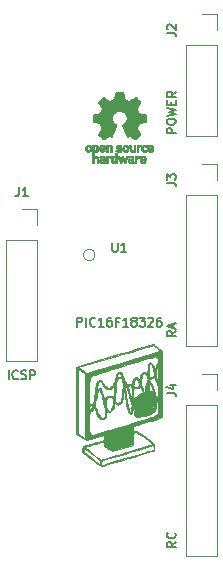
<source format=gbr>
G04 #@! TF.GenerationSoftware,KiCad,Pcbnew,5.1.5-52549c5~84~ubuntu18.04.1*
G04 #@! TF.CreationDate,2020-01-16T16:08:21-05:00*
G04 #@! TF.ProjectId,PIC16LF18326_breakout,50494331-364c-4463-9138-3332365f6272,rev?*
G04 #@! TF.SameCoordinates,Original*
G04 #@! TF.FileFunction,Legend,Top*
G04 #@! TF.FilePolarity,Positive*
%FSLAX46Y46*%
G04 Gerber Fmt 4.6, Leading zero omitted, Abs format (unit mm)*
G04 Created by KiCad (PCBNEW 5.1.5-52549c5~84~ubuntu18.04.1) date 2020-01-16 16:08:21*
%MOMM*%
%LPD*%
G04 APERTURE LIST*
%ADD10C,0.010000*%
%ADD11C,0.120000*%
%ADD12C,0.150000*%
%ADD13O,1.802000X1.802000*%
%ADD14R,1.802000X1.802000*%
%ADD15R,0.452000X0.902000*%
%ADD16R,0.902000X0.452000*%
%ADD17R,2.802000X2.802000*%
G04 APERTURE END LIST*
D10*
G36*
X135631964Y-93810018D02*
G01*
X135688812Y-94111570D01*
X136108338Y-94284512D01*
X136359984Y-94113395D01*
X136430458Y-94065750D01*
X136494163Y-94023210D01*
X136548126Y-93987715D01*
X136589373Y-93961210D01*
X136614934Y-93945636D01*
X136621895Y-93942278D01*
X136634435Y-93950914D01*
X136661231Y-93974792D01*
X136699280Y-94010859D01*
X136745579Y-94056067D01*
X136797123Y-94107364D01*
X136850909Y-94161701D01*
X136903935Y-94216028D01*
X136953195Y-94267295D01*
X136995687Y-94312451D01*
X137028407Y-94348446D01*
X137048351Y-94372230D01*
X137053119Y-94380190D01*
X137046257Y-94394865D01*
X137027020Y-94427014D01*
X136997430Y-94473492D01*
X136959510Y-94531156D01*
X136915282Y-94596860D01*
X136889654Y-94634336D01*
X136842941Y-94702768D01*
X136801432Y-94764520D01*
X136767140Y-94816519D01*
X136742080Y-94855692D01*
X136728264Y-94878965D01*
X136726188Y-94883855D01*
X136730895Y-94897755D01*
X136743723Y-94930150D01*
X136762738Y-94976485D01*
X136786003Y-95032206D01*
X136811584Y-95092758D01*
X136837545Y-95153586D01*
X136861950Y-95210136D01*
X136882863Y-95257852D01*
X136898349Y-95292181D01*
X136906472Y-95308568D01*
X136906952Y-95309212D01*
X136919707Y-95312341D01*
X136953677Y-95319321D01*
X137005340Y-95329467D01*
X137071176Y-95342092D01*
X137147664Y-95356509D01*
X137192290Y-95364823D01*
X137274021Y-95380384D01*
X137347843Y-95395192D01*
X137410021Y-95408436D01*
X137456822Y-95419305D01*
X137484509Y-95426989D01*
X137490074Y-95429427D01*
X137495526Y-95445930D01*
X137499924Y-95483200D01*
X137503272Y-95536880D01*
X137505574Y-95602612D01*
X137506832Y-95676037D01*
X137507048Y-95752796D01*
X137506227Y-95828532D01*
X137504371Y-95898886D01*
X137501482Y-95959500D01*
X137497565Y-96006016D01*
X137492622Y-96034075D01*
X137489657Y-96039916D01*
X137471934Y-96046917D01*
X137434381Y-96056927D01*
X137381964Y-96068769D01*
X137319652Y-96081267D01*
X137297900Y-96085310D01*
X137193024Y-96104520D01*
X137110180Y-96119991D01*
X137046630Y-96132337D01*
X136999637Y-96142173D01*
X136966463Y-96150114D01*
X136944371Y-96156776D01*
X136930624Y-96162773D01*
X136922484Y-96168719D01*
X136921345Y-96169894D01*
X136909977Y-96188826D01*
X136892635Y-96225669D01*
X136871050Y-96275913D01*
X136846954Y-96335046D01*
X136822079Y-96398556D01*
X136798157Y-96461932D01*
X136776919Y-96520662D01*
X136760097Y-96570235D01*
X136749422Y-96606139D01*
X136746627Y-96623862D01*
X136746860Y-96624483D01*
X136756331Y-96638970D01*
X136777818Y-96670844D01*
X136809063Y-96716789D01*
X136847807Y-96773485D01*
X136891793Y-96837617D01*
X136904319Y-96855842D01*
X136948984Y-96921914D01*
X136988288Y-96982200D01*
X137020088Y-97033235D01*
X137042245Y-97071560D01*
X137052617Y-97093711D01*
X137053119Y-97096432D01*
X137044405Y-97110736D01*
X137020325Y-97139072D01*
X136983976Y-97178396D01*
X136938453Y-97225661D01*
X136886852Y-97277823D01*
X136832267Y-97331835D01*
X136777794Y-97384653D01*
X136726529Y-97433231D01*
X136681567Y-97474523D01*
X136646004Y-97505485D01*
X136622935Y-97523070D01*
X136616554Y-97525941D01*
X136601699Y-97519178D01*
X136571286Y-97500939D01*
X136530268Y-97474297D01*
X136498709Y-97452852D01*
X136441525Y-97413503D01*
X136373806Y-97367171D01*
X136305880Y-97320913D01*
X136269361Y-97296155D01*
X136145752Y-97212547D01*
X136041991Y-97268650D01*
X135994720Y-97293228D01*
X135954523Y-97312331D01*
X135927326Y-97323227D01*
X135920402Y-97324743D01*
X135912077Y-97313549D01*
X135895654Y-97281917D01*
X135872357Y-97232765D01*
X135843414Y-97169010D01*
X135810050Y-97093571D01*
X135773491Y-97009364D01*
X135734964Y-96919308D01*
X135695694Y-96826321D01*
X135656908Y-96733320D01*
X135619830Y-96643223D01*
X135585689Y-96558948D01*
X135555708Y-96483413D01*
X135531116Y-96419534D01*
X135513136Y-96370231D01*
X135502997Y-96338421D01*
X135501366Y-96327496D01*
X135514291Y-96313561D01*
X135542589Y-96290940D01*
X135580346Y-96264333D01*
X135583515Y-96262228D01*
X135681100Y-96184114D01*
X135759786Y-96092982D01*
X135818891Y-95991745D01*
X135857732Y-95883318D01*
X135875628Y-95770614D01*
X135871897Y-95656548D01*
X135845857Y-95544034D01*
X135796825Y-95435985D01*
X135782400Y-95412345D01*
X135707369Y-95316887D01*
X135618730Y-95240232D01*
X135519549Y-95182780D01*
X135412895Y-95144929D01*
X135301836Y-95127078D01*
X135189439Y-95129625D01*
X135078773Y-95152970D01*
X134972906Y-95197510D01*
X134874905Y-95263645D01*
X134844590Y-95290487D01*
X134767438Y-95374512D01*
X134711218Y-95462966D01*
X134672653Y-95562115D01*
X134651174Y-95660303D01*
X134645872Y-95770697D01*
X134663552Y-95881640D01*
X134702419Y-95989381D01*
X134760677Y-96090169D01*
X134836531Y-96180256D01*
X134928183Y-96255892D01*
X134940228Y-96263864D01*
X134978389Y-96289974D01*
X135007399Y-96312595D01*
X135021268Y-96327039D01*
X135021469Y-96327496D01*
X135018492Y-96343121D01*
X135006689Y-96378582D01*
X134987286Y-96430962D01*
X134961512Y-96497345D01*
X134930591Y-96574814D01*
X134895751Y-96660450D01*
X134858217Y-96751337D01*
X134819217Y-96844559D01*
X134779977Y-96937197D01*
X134741724Y-97026335D01*
X134705683Y-97109055D01*
X134673083Y-97182441D01*
X134645148Y-97243575D01*
X134623105Y-97289541D01*
X134608182Y-97317421D01*
X134602172Y-97324743D01*
X134583809Y-97319041D01*
X134549448Y-97303749D01*
X134505016Y-97281599D01*
X134480583Y-97268650D01*
X134376822Y-97212547D01*
X134253213Y-97296155D01*
X134190114Y-97338987D01*
X134121030Y-97386122D01*
X134056293Y-97430503D01*
X134023866Y-97452852D01*
X133978259Y-97483477D01*
X133939640Y-97507747D01*
X133913048Y-97522587D01*
X133904410Y-97525724D01*
X133891839Y-97517261D01*
X133864016Y-97493636D01*
X133823639Y-97457302D01*
X133773405Y-97410711D01*
X133716012Y-97356317D01*
X133679714Y-97321392D01*
X133616210Y-97258996D01*
X133561327Y-97203188D01*
X133517286Y-97156354D01*
X133486305Y-97120882D01*
X133470602Y-97099161D01*
X133469095Y-97094752D01*
X133476086Y-97077985D01*
X133495406Y-97044082D01*
X133524909Y-96996476D01*
X133562455Y-96938599D01*
X133605900Y-96873884D01*
X133618255Y-96855842D01*
X133663273Y-96790267D01*
X133703660Y-96731228D01*
X133737160Y-96682042D01*
X133761514Y-96646028D01*
X133774464Y-96626502D01*
X133775715Y-96624483D01*
X133773844Y-96608922D01*
X133763913Y-96574709D01*
X133747653Y-96526355D01*
X133726795Y-96468371D01*
X133703073Y-96405270D01*
X133678216Y-96341563D01*
X133653958Y-96281761D01*
X133632029Y-96230376D01*
X133614162Y-96191919D01*
X133602087Y-96170902D01*
X133601229Y-96169894D01*
X133593846Y-96163888D01*
X133581375Y-96157948D01*
X133561080Y-96151460D01*
X133530222Y-96143809D01*
X133486066Y-96134380D01*
X133425874Y-96122559D01*
X133346907Y-96107729D01*
X133246430Y-96089277D01*
X133224675Y-96085310D01*
X133160198Y-96072853D01*
X133103989Y-96060666D01*
X133061013Y-96049926D01*
X133036240Y-96041809D01*
X133032918Y-96039916D01*
X133027444Y-96023138D01*
X133022994Y-95985645D01*
X133019572Y-95931794D01*
X133017181Y-95865944D01*
X133015823Y-95792453D01*
X133015501Y-95715680D01*
X133016219Y-95639983D01*
X133017979Y-95569720D01*
X133020784Y-95509250D01*
X133024638Y-95462930D01*
X133029543Y-95435119D01*
X133032500Y-95429427D01*
X133048963Y-95423686D01*
X133086449Y-95414345D01*
X133141225Y-95402215D01*
X133209555Y-95388107D01*
X133287706Y-95372830D01*
X133330284Y-95364823D01*
X133411071Y-95349721D01*
X133483113Y-95336040D01*
X133542889Y-95324467D01*
X133586879Y-95315687D01*
X133611561Y-95310387D01*
X133615623Y-95309212D01*
X133622489Y-95295965D01*
X133637002Y-95264057D01*
X133657229Y-95218047D01*
X133681234Y-95162492D01*
X133707082Y-95101953D01*
X133732840Y-95040986D01*
X133756573Y-94984151D01*
X133776346Y-94936006D01*
X133790224Y-94901110D01*
X133796274Y-94884021D01*
X133796386Y-94883274D01*
X133789528Y-94869793D01*
X133770302Y-94838770D01*
X133740728Y-94793289D01*
X133702827Y-94736432D01*
X133658620Y-94671283D01*
X133632921Y-94633862D01*
X133586093Y-94565247D01*
X133544501Y-94502952D01*
X133510175Y-94450129D01*
X133485143Y-94409927D01*
X133471435Y-94385500D01*
X133469456Y-94380024D01*
X133477966Y-94367278D01*
X133501493Y-94340063D01*
X133537032Y-94301428D01*
X133581577Y-94254423D01*
X133632123Y-94202095D01*
X133685664Y-94147495D01*
X133739195Y-94093670D01*
X133789711Y-94043670D01*
X133834206Y-94000543D01*
X133869675Y-93967339D01*
X133893113Y-93947106D01*
X133900954Y-93942278D01*
X133913720Y-93949067D01*
X133944256Y-93968142D01*
X133989590Y-93997561D01*
X134046756Y-94035381D01*
X134112784Y-94079661D01*
X134162590Y-94113395D01*
X134414236Y-94284512D01*
X134623999Y-94198041D01*
X134833763Y-94111570D01*
X134890611Y-93810018D01*
X134947460Y-93508466D01*
X135575115Y-93508466D01*
X135631964Y-93810018D01*
G37*
X135631964Y-93810018D02*
X135688812Y-94111570D01*
X136108338Y-94284512D01*
X136359984Y-94113395D01*
X136430458Y-94065750D01*
X136494163Y-94023210D01*
X136548126Y-93987715D01*
X136589373Y-93961210D01*
X136614934Y-93945636D01*
X136621895Y-93942278D01*
X136634435Y-93950914D01*
X136661231Y-93974792D01*
X136699280Y-94010859D01*
X136745579Y-94056067D01*
X136797123Y-94107364D01*
X136850909Y-94161701D01*
X136903935Y-94216028D01*
X136953195Y-94267295D01*
X136995687Y-94312451D01*
X137028407Y-94348446D01*
X137048351Y-94372230D01*
X137053119Y-94380190D01*
X137046257Y-94394865D01*
X137027020Y-94427014D01*
X136997430Y-94473492D01*
X136959510Y-94531156D01*
X136915282Y-94596860D01*
X136889654Y-94634336D01*
X136842941Y-94702768D01*
X136801432Y-94764520D01*
X136767140Y-94816519D01*
X136742080Y-94855692D01*
X136728264Y-94878965D01*
X136726188Y-94883855D01*
X136730895Y-94897755D01*
X136743723Y-94930150D01*
X136762738Y-94976485D01*
X136786003Y-95032206D01*
X136811584Y-95092758D01*
X136837545Y-95153586D01*
X136861950Y-95210136D01*
X136882863Y-95257852D01*
X136898349Y-95292181D01*
X136906472Y-95308568D01*
X136906952Y-95309212D01*
X136919707Y-95312341D01*
X136953677Y-95319321D01*
X137005340Y-95329467D01*
X137071176Y-95342092D01*
X137147664Y-95356509D01*
X137192290Y-95364823D01*
X137274021Y-95380384D01*
X137347843Y-95395192D01*
X137410021Y-95408436D01*
X137456822Y-95419305D01*
X137484509Y-95426989D01*
X137490074Y-95429427D01*
X137495526Y-95445930D01*
X137499924Y-95483200D01*
X137503272Y-95536880D01*
X137505574Y-95602612D01*
X137506832Y-95676037D01*
X137507048Y-95752796D01*
X137506227Y-95828532D01*
X137504371Y-95898886D01*
X137501482Y-95959500D01*
X137497565Y-96006016D01*
X137492622Y-96034075D01*
X137489657Y-96039916D01*
X137471934Y-96046917D01*
X137434381Y-96056927D01*
X137381964Y-96068769D01*
X137319652Y-96081267D01*
X137297900Y-96085310D01*
X137193024Y-96104520D01*
X137110180Y-96119991D01*
X137046630Y-96132337D01*
X136999637Y-96142173D01*
X136966463Y-96150114D01*
X136944371Y-96156776D01*
X136930624Y-96162773D01*
X136922484Y-96168719D01*
X136921345Y-96169894D01*
X136909977Y-96188826D01*
X136892635Y-96225669D01*
X136871050Y-96275913D01*
X136846954Y-96335046D01*
X136822079Y-96398556D01*
X136798157Y-96461932D01*
X136776919Y-96520662D01*
X136760097Y-96570235D01*
X136749422Y-96606139D01*
X136746627Y-96623862D01*
X136746860Y-96624483D01*
X136756331Y-96638970D01*
X136777818Y-96670844D01*
X136809063Y-96716789D01*
X136847807Y-96773485D01*
X136891793Y-96837617D01*
X136904319Y-96855842D01*
X136948984Y-96921914D01*
X136988288Y-96982200D01*
X137020088Y-97033235D01*
X137042245Y-97071560D01*
X137052617Y-97093711D01*
X137053119Y-97096432D01*
X137044405Y-97110736D01*
X137020325Y-97139072D01*
X136983976Y-97178396D01*
X136938453Y-97225661D01*
X136886852Y-97277823D01*
X136832267Y-97331835D01*
X136777794Y-97384653D01*
X136726529Y-97433231D01*
X136681567Y-97474523D01*
X136646004Y-97505485D01*
X136622935Y-97523070D01*
X136616554Y-97525941D01*
X136601699Y-97519178D01*
X136571286Y-97500939D01*
X136530268Y-97474297D01*
X136498709Y-97452852D01*
X136441525Y-97413503D01*
X136373806Y-97367171D01*
X136305880Y-97320913D01*
X136269361Y-97296155D01*
X136145752Y-97212547D01*
X136041991Y-97268650D01*
X135994720Y-97293228D01*
X135954523Y-97312331D01*
X135927326Y-97323227D01*
X135920402Y-97324743D01*
X135912077Y-97313549D01*
X135895654Y-97281917D01*
X135872357Y-97232765D01*
X135843414Y-97169010D01*
X135810050Y-97093571D01*
X135773491Y-97009364D01*
X135734964Y-96919308D01*
X135695694Y-96826321D01*
X135656908Y-96733320D01*
X135619830Y-96643223D01*
X135585689Y-96558948D01*
X135555708Y-96483413D01*
X135531116Y-96419534D01*
X135513136Y-96370231D01*
X135502997Y-96338421D01*
X135501366Y-96327496D01*
X135514291Y-96313561D01*
X135542589Y-96290940D01*
X135580346Y-96264333D01*
X135583515Y-96262228D01*
X135681100Y-96184114D01*
X135759786Y-96092982D01*
X135818891Y-95991745D01*
X135857732Y-95883318D01*
X135875628Y-95770614D01*
X135871897Y-95656548D01*
X135845857Y-95544034D01*
X135796825Y-95435985D01*
X135782400Y-95412345D01*
X135707369Y-95316887D01*
X135618730Y-95240232D01*
X135519549Y-95182780D01*
X135412895Y-95144929D01*
X135301836Y-95127078D01*
X135189439Y-95129625D01*
X135078773Y-95152970D01*
X134972906Y-95197510D01*
X134874905Y-95263645D01*
X134844590Y-95290487D01*
X134767438Y-95374512D01*
X134711218Y-95462966D01*
X134672653Y-95562115D01*
X134651174Y-95660303D01*
X134645872Y-95770697D01*
X134663552Y-95881640D01*
X134702419Y-95989381D01*
X134760677Y-96090169D01*
X134836531Y-96180256D01*
X134928183Y-96255892D01*
X134940228Y-96263864D01*
X134978389Y-96289974D01*
X135007399Y-96312595D01*
X135021268Y-96327039D01*
X135021469Y-96327496D01*
X135018492Y-96343121D01*
X135006689Y-96378582D01*
X134987286Y-96430962D01*
X134961512Y-96497345D01*
X134930591Y-96574814D01*
X134895751Y-96660450D01*
X134858217Y-96751337D01*
X134819217Y-96844559D01*
X134779977Y-96937197D01*
X134741724Y-97026335D01*
X134705683Y-97109055D01*
X134673083Y-97182441D01*
X134645148Y-97243575D01*
X134623105Y-97289541D01*
X134608182Y-97317421D01*
X134602172Y-97324743D01*
X134583809Y-97319041D01*
X134549448Y-97303749D01*
X134505016Y-97281599D01*
X134480583Y-97268650D01*
X134376822Y-97212547D01*
X134253213Y-97296155D01*
X134190114Y-97338987D01*
X134121030Y-97386122D01*
X134056293Y-97430503D01*
X134023866Y-97452852D01*
X133978259Y-97483477D01*
X133939640Y-97507747D01*
X133913048Y-97522587D01*
X133904410Y-97525724D01*
X133891839Y-97517261D01*
X133864016Y-97493636D01*
X133823639Y-97457302D01*
X133773405Y-97410711D01*
X133716012Y-97356317D01*
X133679714Y-97321392D01*
X133616210Y-97258996D01*
X133561327Y-97203188D01*
X133517286Y-97156354D01*
X133486305Y-97120882D01*
X133470602Y-97099161D01*
X133469095Y-97094752D01*
X133476086Y-97077985D01*
X133495406Y-97044082D01*
X133524909Y-96996476D01*
X133562455Y-96938599D01*
X133605900Y-96873884D01*
X133618255Y-96855842D01*
X133663273Y-96790267D01*
X133703660Y-96731228D01*
X133737160Y-96682042D01*
X133761514Y-96646028D01*
X133774464Y-96626502D01*
X133775715Y-96624483D01*
X133773844Y-96608922D01*
X133763913Y-96574709D01*
X133747653Y-96526355D01*
X133726795Y-96468371D01*
X133703073Y-96405270D01*
X133678216Y-96341563D01*
X133653958Y-96281761D01*
X133632029Y-96230376D01*
X133614162Y-96191919D01*
X133602087Y-96170902D01*
X133601229Y-96169894D01*
X133593846Y-96163888D01*
X133581375Y-96157948D01*
X133561080Y-96151460D01*
X133530222Y-96143809D01*
X133486066Y-96134380D01*
X133425874Y-96122559D01*
X133346907Y-96107729D01*
X133246430Y-96089277D01*
X133224675Y-96085310D01*
X133160198Y-96072853D01*
X133103989Y-96060666D01*
X133061013Y-96049926D01*
X133036240Y-96041809D01*
X133032918Y-96039916D01*
X133027444Y-96023138D01*
X133022994Y-95985645D01*
X133019572Y-95931794D01*
X133017181Y-95865944D01*
X133015823Y-95792453D01*
X133015501Y-95715680D01*
X133016219Y-95639983D01*
X133017979Y-95569720D01*
X133020784Y-95509250D01*
X133024638Y-95462930D01*
X133029543Y-95435119D01*
X133032500Y-95429427D01*
X133048963Y-95423686D01*
X133086449Y-95414345D01*
X133141225Y-95402215D01*
X133209555Y-95388107D01*
X133287706Y-95372830D01*
X133330284Y-95364823D01*
X133411071Y-95349721D01*
X133483113Y-95336040D01*
X133542889Y-95324467D01*
X133586879Y-95315687D01*
X133611561Y-95310387D01*
X133615623Y-95309212D01*
X133622489Y-95295965D01*
X133637002Y-95264057D01*
X133657229Y-95218047D01*
X133681234Y-95162492D01*
X133707082Y-95101953D01*
X133732840Y-95040986D01*
X133756573Y-94984151D01*
X133776346Y-94936006D01*
X133790224Y-94901110D01*
X133796274Y-94884021D01*
X133796386Y-94883274D01*
X133789528Y-94869793D01*
X133770302Y-94838770D01*
X133740728Y-94793289D01*
X133702827Y-94736432D01*
X133658620Y-94671283D01*
X133632921Y-94633862D01*
X133586093Y-94565247D01*
X133544501Y-94502952D01*
X133510175Y-94450129D01*
X133485143Y-94409927D01*
X133471435Y-94385500D01*
X133469456Y-94380024D01*
X133477966Y-94367278D01*
X133501493Y-94340063D01*
X133537032Y-94301428D01*
X133581577Y-94254423D01*
X133632123Y-94202095D01*
X133685664Y-94147495D01*
X133739195Y-94093670D01*
X133789711Y-94043670D01*
X133834206Y-94000543D01*
X133869675Y-93967339D01*
X133893113Y-93947106D01*
X133900954Y-93942278D01*
X133913720Y-93949067D01*
X133944256Y-93968142D01*
X133989590Y-93997561D01*
X134046756Y-94035381D01*
X134112784Y-94079661D01*
X134162590Y-94113395D01*
X134414236Y-94284512D01*
X134623999Y-94198041D01*
X134833763Y-94111570D01*
X134890611Y-93810018D01*
X134947460Y-93508466D01*
X135575115Y-93508466D01*
X135631964Y-93810018D01*
G36*
X137054460Y-97978030D02*
G01*
X137097711Y-97991245D01*
X137125558Y-98007941D01*
X137134629Y-98021145D01*
X137132132Y-98036797D01*
X137115931Y-98061385D01*
X137102232Y-98078800D01*
X137073992Y-98110283D01*
X137052775Y-98123529D01*
X137034688Y-98122664D01*
X136981035Y-98109010D01*
X136941630Y-98109630D01*
X136909632Y-98125104D01*
X136898890Y-98134161D01*
X136864505Y-98166027D01*
X136864505Y-98582179D01*
X136726188Y-98582179D01*
X136726188Y-97978614D01*
X136795347Y-97978614D01*
X136836869Y-97980256D01*
X136858291Y-97986087D01*
X136864502Y-97997461D01*
X136864505Y-97997798D01*
X136867439Y-98009713D01*
X136880704Y-98008159D01*
X136899084Y-97999563D01*
X136937046Y-97983568D01*
X136967872Y-97973945D01*
X137007536Y-97971478D01*
X137054460Y-97978030D01*
G37*
X137054460Y-97978030D02*
X137097711Y-97991245D01*
X137125558Y-98007941D01*
X137134629Y-98021145D01*
X137132132Y-98036797D01*
X137115931Y-98061385D01*
X137102232Y-98078800D01*
X137073992Y-98110283D01*
X137052775Y-98123529D01*
X137034688Y-98122664D01*
X136981035Y-98109010D01*
X136941630Y-98109630D01*
X136909632Y-98125104D01*
X136898890Y-98134161D01*
X136864505Y-98166027D01*
X136864505Y-98582179D01*
X136726188Y-98582179D01*
X136726188Y-97978614D01*
X136795347Y-97978614D01*
X136836869Y-97980256D01*
X136858291Y-97986087D01*
X136864502Y-97997461D01*
X136864505Y-97997798D01*
X136867439Y-98009713D01*
X136880704Y-98008159D01*
X136899084Y-97999563D01*
X136937046Y-97983568D01*
X136967872Y-97973945D01*
X137007536Y-97971478D01*
X137054460Y-97978030D01*
G36*
X134500988Y-97989002D02*
G01*
X134532283Y-98003950D01*
X134562591Y-98025541D01*
X134585682Y-98050391D01*
X134602500Y-98082087D01*
X134613994Y-98124214D01*
X134621109Y-98180358D01*
X134624793Y-98254106D01*
X134625992Y-98349044D01*
X134626011Y-98358985D01*
X134626287Y-98582179D01*
X134487970Y-98582179D01*
X134487970Y-98376418D01*
X134487872Y-98300189D01*
X134487191Y-98244939D01*
X134485349Y-98206501D01*
X134481767Y-98180706D01*
X134475868Y-98163384D01*
X134467073Y-98150368D01*
X134454820Y-98137507D01*
X134411953Y-98109873D01*
X134365157Y-98104745D01*
X134320576Y-98122217D01*
X134305072Y-98135221D01*
X134293690Y-98147447D01*
X134285519Y-98160540D01*
X134280026Y-98178615D01*
X134276680Y-98205787D01*
X134274949Y-98246170D01*
X134274303Y-98303879D01*
X134274208Y-98374132D01*
X134274208Y-98582179D01*
X134135891Y-98582179D01*
X134135891Y-97978614D01*
X134205050Y-97978614D01*
X134246572Y-97980256D01*
X134267994Y-97986087D01*
X134274205Y-97997461D01*
X134274208Y-97997798D01*
X134277090Y-98008938D01*
X134289801Y-98007674D01*
X134315074Y-97995434D01*
X134372395Y-97977424D01*
X134437963Y-97975421D01*
X134500988Y-97989002D01*
G37*
X134500988Y-97989002D02*
X134532283Y-98003950D01*
X134562591Y-98025541D01*
X134585682Y-98050391D01*
X134602500Y-98082087D01*
X134613994Y-98124214D01*
X134621109Y-98180358D01*
X134624793Y-98254106D01*
X134625992Y-98349044D01*
X134626011Y-98358985D01*
X134626287Y-98582179D01*
X134487970Y-98582179D01*
X134487970Y-98376418D01*
X134487872Y-98300189D01*
X134487191Y-98244939D01*
X134485349Y-98206501D01*
X134481767Y-98180706D01*
X134475868Y-98163384D01*
X134467073Y-98150368D01*
X134454820Y-98137507D01*
X134411953Y-98109873D01*
X134365157Y-98104745D01*
X134320576Y-98122217D01*
X134305072Y-98135221D01*
X134293690Y-98147447D01*
X134285519Y-98160540D01*
X134280026Y-98178615D01*
X134276680Y-98205787D01*
X134274949Y-98246170D01*
X134274303Y-98303879D01*
X134274208Y-98374132D01*
X134274208Y-98582179D01*
X134135891Y-98582179D01*
X134135891Y-97978614D01*
X134205050Y-97978614D01*
X134246572Y-97980256D01*
X134267994Y-97986087D01*
X134274205Y-97997461D01*
X134274208Y-97997798D01*
X134277090Y-98008938D01*
X134289801Y-98007674D01*
X134315074Y-97995434D01*
X134372395Y-97977424D01*
X134437963Y-97975421D01*
X134500988Y-97989002D01*
G36*
X137932898Y-97976457D02*
G01*
X137965096Y-97984279D01*
X138026825Y-98012921D01*
X138079610Y-98056667D01*
X138116141Y-98109117D01*
X138121160Y-98120893D01*
X138128045Y-98151740D01*
X138132864Y-98197371D01*
X138134505Y-98243492D01*
X138134505Y-98330693D01*
X137952178Y-98330693D01*
X137876979Y-98330978D01*
X137824003Y-98332704D01*
X137790325Y-98337181D01*
X137773020Y-98345720D01*
X137769163Y-98359630D01*
X137775829Y-98380222D01*
X137787770Y-98404315D01*
X137821080Y-98444525D01*
X137867368Y-98464558D01*
X137923944Y-98463905D01*
X137988031Y-98442101D01*
X138043417Y-98415193D01*
X138089375Y-98451532D01*
X138135333Y-98487872D01*
X138092096Y-98527819D01*
X138034374Y-98565563D01*
X137963386Y-98588320D01*
X137887029Y-98594688D01*
X137813199Y-98583268D01*
X137801287Y-98579393D01*
X137736399Y-98545506D01*
X137688130Y-98494986D01*
X137655465Y-98426325D01*
X137637385Y-98338014D01*
X137637175Y-98336121D01*
X137635556Y-98239878D01*
X137642100Y-98205542D01*
X137769852Y-98205542D01*
X137781584Y-98210822D01*
X137813438Y-98214867D01*
X137860397Y-98217176D01*
X137890154Y-98217525D01*
X137945648Y-98217306D01*
X137980346Y-98215916D01*
X137998601Y-98212251D01*
X138004766Y-98205210D01*
X138003195Y-98193690D01*
X138001878Y-98189233D01*
X137979382Y-98147355D01*
X137944003Y-98113604D01*
X137912780Y-98098773D01*
X137871301Y-98099668D01*
X137829269Y-98118164D01*
X137794012Y-98148786D01*
X137772854Y-98186062D01*
X137769852Y-98205542D01*
X137642100Y-98205542D01*
X137651690Y-98155229D01*
X137683698Y-98084191D01*
X137729701Y-98028779D01*
X137787821Y-97991009D01*
X137856180Y-97972896D01*
X137932898Y-97976457D01*
G37*
X137932898Y-97976457D02*
X137965096Y-97984279D01*
X138026825Y-98012921D01*
X138079610Y-98056667D01*
X138116141Y-98109117D01*
X138121160Y-98120893D01*
X138128045Y-98151740D01*
X138132864Y-98197371D01*
X138134505Y-98243492D01*
X138134505Y-98330693D01*
X137952178Y-98330693D01*
X137876979Y-98330978D01*
X137824003Y-98332704D01*
X137790325Y-98337181D01*
X137773020Y-98345720D01*
X137769163Y-98359630D01*
X137775829Y-98380222D01*
X137787770Y-98404315D01*
X137821080Y-98444525D01*
X137867368Y-98464558D01*
X137923944Y-98463905D01*
X137988031Y-98442101D01*
X138043417Y-98415193D01*
X138089375Y-98451532D01*
X138135333Y-98487872D01*
X138092096Y-98527819D01*
X138034374Y-98565563D01*
X137963386Y-98588320D01*
X137887029Y-98594688D01*
X137813199Y-98583268D01*
X137801287Y-98579393D01*
X137736399Y-98545506D01*
X137688130Y-98494986D01*
X137655465Y-98426325D01*
X137637385Y-98338014D01*
X137637175Y-98336121D01*
X137635556Y-98239878D01*
X137642100Y-98205542D01*
X137769852Y-98205542D01*
X137781584Y-98210822D01*
X137813438Y-98214867D01*
X137860397Y-98217176D01*
X137890154Y-98217525D01*
X137945648Y-98217306D01*
X137980346Y-98215916D01*
X137998601Y-98212251D01*
X138004766Y-98205210D01*
X138003195Y-98193690D01*
X138001878Y-98189233D01*
X137979382Y-98147355D01*
X137944003Y-98113604D01*
X137912780Y-98098773D01*
X137871301Y-98099668D01*
X137829269Y-98118164D01*
X137794012Y-98148786D01*
X137772854Y-98186062D01*
X137769852Y-98205542D01*
X137642100Y-98205542D01*
X137651690Y-98155229D01*
X137683698Y-98084191D01*
X137729701Y-98028779D01*
X137787821Y-97991009D01*
X137856180Y-97972896D01*
X137932898Y-97976457D01*
G36*
X137472226Y-97983880D02*
G01*
X137545080Y-98014830D01*
X137568027Y-98029895D01*
X137597354Y-98053048D01*
X137615764Y-98071253D01*
X137618961Y-98077183D01*
X137609935Y-98090340D01*
X137586837Y-98112667D01*
X137568344Y-98128250D01*
X137517728Y-98168926D01*
X137477760Y-98135295D01*
X137446874Y-98113584D01*
X137416759Y-98106090D01*
X137382292Y-98107920D01*
X137327561Y-98121528D01*
X137289886Y-98149772D01*
X137266991Y-98195433D01*
X137256597Y-98261289D01*
X137256595Y-98261331D01*
X137257494Y-98334939D01*
X137271463Y-98388946D01*
X137299328Y-98425716D01*
X137318325Y-98438168D01*
X137368776Y-98453673D01*
X137422663Y-98453683D01*
X137469546Y-98438638D01*
X137480644Y-98431287D01*
X137508476Y-98412511D01*
X137530236Y-98409434D01*
X137553704Y-98423409D01*
X137579649Y-98448510D01*
X137620716Y-98490880D01*
X137575121Y-98528464D01*
X137504674Y-98570882D01*
X137425233Y-98591785D01*
X137342215Y-98590272D01*
X137287694Y-98576411D01*
X137223970Y-98542135D01*
X137173005Y-98488212D01*
X137149851Y-98450149D01*
X137131099Y-98395536D01*
X137121715Y-98326369D01*
X137121643Y-98251407D01*
X137130824Y-98179409D01*
X137149199Y-98119137D01*
X137152093Y-98112958D01*
X137194952Y-98052351D01*
X137252979Y-98008224D01*
X137321591Y-97981493D01*
X137396201Y-97973073D01*
X137472226Y-97983880D01*
G37*
X137472226Y-97983880D02*
X137545080Y-98014830D01*
X137568027Y-98029895D01*
X137597354Y-98053048D01*
X137615764Y-98071253D01*
X137618961Y-98077183D01*
X137609935Y-98090340D01*
X137586837Y-98112667D01*
X137568344Y-98128250D01*
X137517728Y-98168926D01*
X137477760Y-98135295D01*
X137446874Y-98113584D01*
X137416759Y-98106090D01*
X137382292Y-98107920D01*
X137327561Y-98121528D01*
X137289886Y-98149772D01*
X137266991Y-98195433D01*
X137256597Y-98261289D01*
X137256595Y-98261331D01*
X137257494Y-98334939D01*
X137271463Y-98388946D01*
X137299328Y-98425716D01*
X137318325Y-98438168D01*
X137368776Y-98453673D01*
X137422663Y-98453683D01*
X137469546Y-98438638D01*
X137480644Y-98431287D01*
X137508476Y-98412511D01*
X137530236Y-98409434D01*
X137553704Y-98423409D01*
X137579649Y-98448510D01*
X137620716Y-98490880D01*
X137575121Y-98528464D01*
X137504674Y-98570882D01*
X137425233Y-98591785D01*
X137342215Y-98590272D01*
X137287694Y-98576411D01*
X137223970Y-98542135D01*
X137173005Y-98488212D01*
X137149851Y-98450149D01*
X137131099Y-98395536D01*
X137121715Y-98326369D01*
X137121643Y-98251407D01*
X137130824Y-98179409D01*
X137149199Y-98119137D01*
X137152093Y-98112958D01*
X137194952Y-98052351D01*
X137252979Y-98008224D01*
X137321591Y-97981493D01*
X137396201Y-97973073D01*
X137472226Y-97983880D01*
G36*
X136248367Y-98174342D02*
G01*
X136249555Y-98266563D01*
X136253897Y-98336610D01*
X136262558Y-98387381D01*
X136276704Y-98421772D01*
X136297500Y-98442679D01*
X136326110Y-98453000D01*
X136361535Y-98455636D01*
X136398636Y-98452682D01*
X136426818Y-98441889D01*
X136447243Y-98420360D01*
X136461079Y-98385199D01*
X136469491Y-98333510D01*
X136473643Y-98262394D01*
X136474703Y-98174342D01*
X136474703Y-97978614D01*
X136613020Y-97978614D01*
X136613020Y-98582179D01*
X136543862Y-98582179D01*
X136502170Y-98580489D01*
X136480701Y-98574556D01*
X136474703Y-98563293D01*
X136471091Y-98553261D01*
X136456714Y-98555383D01*
X136427736Y-98569580D01*
X136361319Y-98591480D01*
X136290875Y-98589928D01*
X136223377Y-98566147D01*
X136191233Y-98547362D01*
X136166715Y-98527022D01*
X136148804Y-98501573D01*
X136136479Y-98467458D01*
X136128723Y-98421121D01*
X136124516Y-98359007D01*
X136122840Y-98277561D01*
X136122624Y-98214578D01*
X136122624Y-97978614D01*
X136248367Y-97978614D01*
X136248367Y-98174342D01*
G37*
X136248367Y-98174342D02*
X136249555Y-98266563D01*
X136253897Y-98336610D01*
X136262558Y-98387381D01*
X136276704Y-98421772D01*
X136297500Y-98442679D01*
X136326110Y-98453000D01*
X136361535Y-98455636D01*
X136398636Y-98452682D01*
X136426818Y-98441889D01*
X136447243Y-98420360D01*
X136461079Y-98385199D01*
X136469491Y-98333510D01*
X136473643Y-98262394D01*
X136474703Y-98174342D01*
X136474703Y-97978614D01*
X136613020Y-97978614D01*
X136613020Y-98582179D01*
X136543862Y-98582179D01*
X136502170Y-98580489D01*
X136480701Y-98574556D01*
X136474703Y-98563293D01*
X136471091Y-98553261D01*
X136456714Y-98555383D01*
X136427736Y-98569580D01*
X136361319Y-98591480D01*
X136290875Y-98589928D01*
X136223377Y-98566147D01*
X136191233Y-98547362D01*
X136166715Y-98527022D01*
X136148804Y-98501573D01*
X136136479Y-98467458D01*
X136128723Y-98421121D01*
X136124516Y-98359007D01*
X136122840Y-98277561D01*
X136122624Y-98214578D01*
X136122624Y-97978614D01*
X136248367Y-97978614D01*
X136248367Y-98174342D01*
G36*
X135865762Y-97986055D02*
G01*
X135929363Y-98020692D01*
X135979123Y-98075372D01*
X136002568Y-98119842D01*
X136012634Y-98159121D01*
X136019156Y-98215116D01*
X136021951Y-98279621D01*
X136020836Y-98344429D01*
X136015626Y-98401334D01*
X136009541Y-98431727D01*
X135989014Y-98473306D01*
X135953463Y-98517468D01*
X135910619Y-98556087D01*
X135868211Y-98581034D01*
X135867177Y-98581430D01*
X135814553Y-98592331D01*
X135752188Y-98592601D01*
X135692924Y-98582676D01*
X135670040Y-98574722D01*
X135611102Y-98541300D01*
X135568890Y-98497511D01*
X135541156Y-98439538D01*
X135525651Y-98363565D01*
X135522143Y-98323771D01*
X135522590Y-98273766D01*
X135657376Y-98273766D01*
X135661917Y-98346732D01*
X135674986Y-98402334D01*
X135695756Y-98437861D01*
X135710552Y-98448020D01*
X135748464Y-98455104D01*
X135793527Y-98453007D01*
X135832487Y-98442812D01*
X135842704Y-98437204D01*
X135869659Y-98404538D01*
X135887451Y-98354545D01*
X135895024Y-98293705D01*
X135891325Y-98228497D01*
X135883057Y-98189253D01*
X135859320Y-98143805D01*
X135821849Y-98115396D01*
X135776720Y-98105573D01*
X135730011Y-98115887D01*
X135694132Y-98141112D01*
X135675277Y-98161925D01*
X135664272Y-98182439D01*
X135659026Y-98210203D01*
X135657449Y-98252762D01*
X135657376Y-98273766D01*
X135522590Y-98273766D01*
X135523094Y-98217580D01*
X135540388Y-98130501D01*
X135574029Y-98062530D01*
X135624018Y-98013664D01*
X135690356Y-97983899D01*
X135704601Y-97980448D01*
X135790210Y-97972345D01*
X135865762Y-97986055D01*
G37*
X135865762Y-97986055D02*
X135929363Y-98020692D01*
X135979123Y-98075372D01*
X136002568Y-98119842D01*
X136012634Y-98159121D01*
X136019156Y-98215116D01*
X136021951Y-98279621D01*
X136020836Y-98344429D01*
X136015626Y-98401334D01*
X136009541Y-98431727D01*
X135989014Y-98473306D01*
X135953463Y-98517468D01*
X135910619Y-98556087D01*
X135868211Y-98581034D01*
X135867177Y-98581430D01*
X135814553Y-98592331D01*
X135752188Y-98592601D01*
X135692924Y-98582676D01*
X135670040Y-98574722D01*
X135611102Y-98541300D01*
X135568890Y-98497511D01*
X135541156Y-98439538D01*
X135525651Y-98363565D01*
X135522143Y-98323771D01*
X135522590Y-98273766D01*
X135657376Y-98273766D01*
X135661917Y-98346732D01*
X135674986Y-98402334D01*
X135695756Y-98437861D01*
X135710552Y-98448020D01*
X135748464Y-98455104D01*
X135793527Y-98453007D01*
X135832487Y-98442812D01*
X135842704Y-98437204D01*
X135869659Y-98404538D01*
X135887451Y-98354545D01*
X135895024Y-98293705D01*
X135891325Y-98228497D01*
X135883057Y-98189253D01*
X135859320Y-98143805D01*
X135821849Y-98115396D01*
X135776720Y-98105573D01*
X135730011Y-98115887D01*
X135694132Y-98141112D01*
X135675277Y-98161925D01*
X135664272Y-98182439D01*
X135659026Y-98210203D01*
X135657449Y-98252762D01*
X135657376Y-98273766D01*
X135522590Y-98273766D01*
X135523094Y-98217580D01*
X135540388Y-98130501D01*
X135574029Y-98062530D01*
X135624018Y-98013664D01*
X135690356Y-97983899D01*
X135704601Y-97980448D01*
X135790210Y-97972345D01*
X135865762Y-97986055D01*
G36*
X135269017Y-97976452D02*
G01*
X135316634Y-97985482D01*
X135366034Y-98004370D01*
X135371312Y-98006777D01*
X135408774Y-98026476D01*
X135434717Y-98044781D01*
X135443103Y-98056508D01*
X135435117Y-98075632D01*
X135415720Y-98103850D01*
X135407110Y-98114384D01*
X135371628Y-98155847D01*
X135325885Y-98128858D01*
X135282350Y-98110878D01*
X135232050Y-98101267D01*
X135183812Y-98100660D01*
X135146467Y-98109691D01*
X135137505Y-98115327D01*
X135120437Y-98141171D01*
X135118363Y-98170941D01*
X135131134Y-98194197D01*
X135138688Y-98198708D01*
X135161325Y-98204309D01*
X135201115Y-98210892D01*
X135250166Y-98217183D01*
X135259215Y-98218170D01*
X135337996Y-98231798D01*
X135395136Y-98254946D01*
X135433030Y-98289752D01*
X135454079Y-98338354D01*
X135460635Y-98397718D01*
X135451577Y-98465198D01*
X135422164Y-98518188D01*
X135372278Y-98556783D01*
X135301800Y-98581081D01*
X135223565Y-98590667D01*
X135159766Y-98590552D01*
X135108016Y-98581845D01*
X135072673Y-98569825D01*
X135028017Y-98548880D01*
X134986747Y-98524574D01*
X134972079Y-98513876D01*
X134934357Y-98483084D01*
X134979852Y-98437049D01*
X135025347Y-98391013D01*
X135077072Y-98425243D01*
X135128952Y-98450952D01*
X135184351Y-98464399D01*
X135237605Y-98465818D01*
X135283049Y-98455443D01*
X135315016Y-98433507D01*
X135325338Y-98414998D01*
X135323789Y-98385314D01*
X135298140Y-98362615D01*
X135248460Y-98346940D01*
X135194031Y-98339695D01*
X135110264Y-98325873D01*
X135048033Y-98299796D01*
X135006507Y-98260699D01*
X134984853Y-98207820D01*
X134981853Y-98145126D01*
X134996671Y-98079642D01*
X135030454Y-98030144D01*
X135083505Y-97996408D01*
X135156126Y-97978207D01*
X135209928Y-97974639D01*
X135269017Y-97976452D01*
G37*
X135269017Y-97976452D02*
X135316634Y-97985482D01*
X135366034Y-98004370D01*
X135371312Y-98006777D01*
X135408774Y-98026476D01*
X135434717Y-98044781D01*
X135443103Y-98056508D01*
X135435117Y-98075632D01*
X135415720Y-98103850D01*
X135407110Y-98114384D01*
X135371628Y-98155847D01*
X135325885Y-98128858D01*
X135282350Y-98110878D01*
X135232050Y-98101267D01*
X135183812Y-98100660D01*
X135146467Y-98109691D01*
X135137505Y-98115327D01*
X135120437Y-98141171D01*
X135118363Y-98170941D01*
X135131134Y-98194197D01*
X135138688Y-98198708D01*
X135161325Y-98204309D01*
X135201115Y-98210892D01*
X135250166Y-98217183D01*
X135259215Y-98218170D01*
X135337996Y-98231798D01*
X135395136Y-98254946D01*
X135433030Y-98289752D01*
X135454079Y-98338354D01*
X135460635Y-98397718D01*
X135451577Y-98465198D01*
X135422164Y-98518188D01*
X135372278Y-98556783D01*
X135301800Y-98581081D01*
X135223565Y-98590667D01*
X135159766Y-98590552D01*
X135108016Y-98581845D01*
X135072673Y-98569825D01*
X135028017Y-98548880D01*
X134986747Y-98524574D01*
X134972079Y-98513876D01*
X134934357Y-98483084D01*
X134979852Y-98437049D01*
X135025347Y-98391013D01*
X135077072Y-98425243D01*
X135128952Y-98450952D01*
X135184351Y-98464399D01*
X135237605Y-98465818D01*
X135283049Y-98455443D01*
X135315016Y-98433507D01*
X135325338Y-98414998D01*
X135323789Y-98385314D01*
X135298140Y-98362615D01*
X135248460Y-98346940D01*
X135194031Y-98339695D01*
X135110264Y-98325873D01*
X135048033Y-98299796D01*
X135006507Y-98260699D01*
X134984853Y-98207820D01*
X134981853Y-98145126D01*
X134996671Y-98079642D01*
X135030454Y-98030144D01*
X135083505Y-97996408D01*
X135156126Y-97978207D01*
X135209928Y-97974639D01*
X135269017Y-97976452D01*
G36*
X133898301Y-97992614D02*
G01*
X133910832Y-97998514D01*
X133954201Y-98030283D01*
X133995210Y-98076646D01*
X134025832Y-98127696D01*
X134034541Y-98151166D01*
X134042488Y-98193091D01*
X134047226Y-98243757D01*
X134047801Y-98264679D01*
X134047871Y-98330693D01*
X133667917Y-98330693D01*
X133676017Y-98365273D01*
X133695896Y-98406170D01*
X133730653Y-98441514D01*
X133772002Y-98464282D01*
X133798351Y-98469010D01*
X133834084Y-98463273D01*
X133876718Y-98448882D01*
X133891201Y-98442262D01*
X133944760Y-98415513D01*
X133990467Y-98450376D01*
X134016842Y-98473955D01*
X134030876Y-98493417D01*
X134031586Y-98499129D01*
X134019049Y-98512973D01*
X133991572Y-98534012D01*
X133966634Y-98550425D01*
X133899336Y-98579930D01*
X133823890Y-98593284D01*
X133749112Y-98589812D01*
X133689505Y-98571663D01*
X133628059Y-98532784D01*
X133584392Y-98481595D01*
X133557074Y-98415367D01*
X133544678Y-98331371D01*
X133543579Y-98292936D01*
X133547978Y-98204861D01*
X133548518Y-98202299D01*
X133674418Y-98202299D01*
X133677885Y-98210558D01*
X133692137Y-98215113D01*
X133721530Y-98217065D01*
X133770425Y-98217517D01*
X133789252Y-98217525D01*
X133846533Y-98216843D01*
X133882859Y-98214364D01*
X133902396Y-98209443D01*
X133909310Y-98201434D01*
X133909555Y-98198862D01*
X133901664Y-98178423D01*
X133881915Y-98149789D01*
X133873425Y-98139763D01*
X133841906Y-98111408D01*
X133809051Y-98100259D01*
X133791349Y-98099327D01*
X133743461Y-98110981D01*
X133703301Y-98142285D01*
X133677827Y-98187752D01*
X133677375Y-98189233D01*
X133674418Y-98202299D01*
X133548518Y-98202299D01*
X133562608Y-98135510D01*
X133588962Y-98080025D01*
X133621193Y-98040639D01*
X133680783Y-97997931D01*
X133750832Y-97975109D01*
X133825339Y-97973046D01*
X133898301Y-97992614D01*
G37*
X133898301Y-97992614D02*
X133910832Y-97998514D01*
X133954201Y-98030283D01*
X133995210Y-98076646D01*
X134025832Y-98127696D01*
X134034541Y-98151166D01*
X134042488Y-98193091D01*
X134047226Y-98243757D01*
X134047801Y-98264679D01*
X134047871Y-98330693D01*
X133667917Y-98330693D01*
X133676017Y-98365273D01*
X133695896Y-98406170D01*
X133730653Y-98441514D01*
X133772002Y-98464282D01*
X133798351Y-98469010D01*
X133834084Y-98463273D01*
X133876718Y-98448882D01*
X133891201Y-98442262D01*
X133944760Y-98415513D01*
X133990467Y-98450376D01*
X134016842Y-98473955D01*
X134030876Y-98493417D01*
X134031586Y-98499129D01*
X134019049Y-98512973D01*
X133991572Y-98534012D01*
X133966634Y-98550425D01*
X133899336Y-98579930D01*
X133823890Y-98593284D01*
X133749112Y-98589812D01*
X133689505Y-98571663D01*
X133628059Y-98532784D01*
X133584392Y-98481595D01*
X133557074Y-98415367D01*
X133544678Y-98331371D01*
X133543579Y-98292936D01*
X133547978Y-98204861D01*
X133548518Y-98202299D01*
X133674418Y-98202299D01*
X133677885Y-98210558D01*
X133692137Y-98215113D01*
X133721530Y-98217065D01*
X133770425Y-98217517D01*
X133789252Y-98217525D01*
X133846533Y-98216843D01*
X133882859Y-98214364D01*
X133902396Y-98209443D01*
X133909310Y-98201434D01*
X133909555Y-98198862D01*
X133901664Y-98178423D01*
X133881915Y-98149789D01*
X133873425Y-98139763D01*
X133841906Y-98111408D01*
X133809051Y-98100259D01*
X133791349Y-98099327D01*
X133743461Y-98110981D01*
X133703301Y-98142285D01*
X133677827Y-98187752D01*
X133677375Y-98189233D01*
X133674418Y-98202299D01*
X133548518Y-98202299D01*
X133562608Y-98135510D01*
X133588962Y-98080025D01*
X133621193Y-98040639D01*
X133680783Y-97997931D01*
X133750832Y-97975109D01*
X133825339Y-97973046D01*
X133898301Y-97992614D01*
G36*
X132716739Y-97985148D02*
G01*
X132782521Y-98014231D01*
X132832460Y-98062793D01*
X132866626Y-98130908D01*
X132885093Y-98218651D01*
X132886417Y-98232351D01*
X132887454Y-98328939D01*
X132874007Y-98413602D01*
X132846892Y-98482221D01*
X132832373Y-98504294D01*
X132781799Y-98551011D01*
X132717391Y-98581268D01*
X132645334Y-98593824D01*
X132571815Y-98587439D01*
X132515928Y-98567772D01*
X132467868Y-98534629D01*
X132428588Y-98491175D01*
X132427908Y-98490158D01*
X132411956Y-98463338D01*
X132401590Y-98436368D01*
X132395312Y-98402332D01*
X132391627Y-98354310D01*
X132390003Y-98314931D01*
X132389328Y-98279219D01*
X132515045Y-98279219D01*
X132516274Y-98314770D01*
X132520734Y-98362094D01*
X132528603Y-98392465D01*
X132542793Y-98414072D01*
X132556083Y-98426694D01*
X132603198Y-98453122D01*
X132652495Y-98456653D01*
X132698407Y-98437639D01*
X132721362Y-98416331D01*
X132737904Y-98394859D01*
X132747579Y-98374313D01*
X132751826Y-98347574D01*
X132752080Y-98307523D01*
X132750772Y-98270638D01*
X132747957Y-98217947D01*
X132743495Y-98183772D01*
X132735452Y-98161480D01*
X132721897Y-98144442D01*
X132711155Y-98134703D01*
X132666223Y-98109123D01*
X132617751Y-98107847D01*
X132577106Y-98122999D01*
X132542433Y-98154642D01*
X132521776Y-98206620D01*
X132515045Y-98279219D01*
X132389328Y-98279219D01*
X132388521Y-98236621D01*
X132391052Y-98178056D01*
X132398638Y-98134007D01*
X132412319Y-98099248D01*
X132433135Y-98068551D01*
X132440853Y-98059436D01*
X132489111Y-98014021D01*
X132540872Y-97987493D01*
X132604172Y-97976379D01*
X132635039Y-97975471D01*
X132716739Y-97985148D01*
G37*
X132716739Y-97985148D02*
X132782521Y-98014231D01*
X132832460Y-98062793D01*
X132866626Y-98130908D01*
X132885093Y-98218651D01*
X132886417Y-98232351D01*
X132887454Y-98328939D01*
X132874007Y-98413602D01*
X132846892Y-98482221D01*
X132832373Y-98504294D01*
X132781799Y-98551011D01*
X132717391Y-98581268D01*
X132645334Y-98593824D01*
X132571815Y-98587439D01*
X132515928Y-98567772D01*
X132467868Y-98534629D01*
X132428588Y-98491175D01*
X132427908Y-98490158D01*
X132411956Y-98463338D01*
X132401590Y-98436368D01*
X132395312Y-98402332D01*
X132391627Y-98354310D01*
X132390003Y-98314931D01*
X132389328Y-98279219D01*
X132515045Y-98279219D01*
X132516274Y-98314770D01*
X132520734Y-98362094D01*
X132528603Y-98392465D01*
X132542793Y-98414072D01*
X132556083Y-98426694D01*
X132603198Y-98453122D01*
X132652495Y-98456653D01*
X132698407Y-98437639D01*
X132721362Y-98416331D01*
X132737904Y-98394859D01*
X132747579Y-98374313D01*
X132751826Y-98347574D01*
X132752080Y-98307523D01*
X132750772Y-98270638D01*
X132747957Y-98217947D01*
X132743495Y-98183772D01*
X132735452Y-98161480D01*
X132721897Y-98144442D01*
X132711155Y-98134703D01*
X132666223Y-98109123D01*
X132617751Y-98107847D01*
X132577106Y-98122999D01*
X132542433Y-98154642D01*
X132521776Y-98206620D01*
X132515045Y-98279219D01*
X132389328Y-98279219D01*
X132388521Y-98236621D01*
X132391052Y-98178056D01*
X132398638Y-98134007D01*
X132412319Y-98099248D01*
X132433135Y-98068551D01*
X132440853Y-98059436D01*
X132489111Y-98014021D01*
X132540872Y-97987493D01*
X132604172Y-97976379D01*
X132635039Y-97975471D01*
X132716739Y-97985148D01*
G36*
X137287581Y-98924970D02*
G01*
X137347685Y-98940597D01*
X137398021Y-98972848D01*
X137422393Y-98996940D01*
X137462345Y-99053895D01*
X137485242Y-99119965D01*
X137493108Y-99201182D01*
X137493148Y-99207748D01*
X137493218Y-99273763D01*
X137113264Y-99273763D01*
X137121363Y-99308342D01*
X137135987Y-99339659D01*
X137161581Y-99372291D01*
X137166935Y-99377500D01*
X137212943Y-99405694D01*
X137265410Y-99410475D01*
X137325803Y-99391926D01*
X137336040Y-99386931D01*
X137367439Y-99371745D01*
X137388470Y-99363094D01*
X137392139Y-99362293D01*
X137404948Y-99370063D01*
X137429378Y-99389072D01*
X137441779Y-99399460D01*
X137467476Y-99423321D01*
X137475915Y-99439077D01*
X137470058Y-99453571D01*
X137466928Y-99457534D01*
X137445725Y-99474879D01*
X137410738Y-99495959D01*
X137386337Y-99508265D01*
X137317072Y-99529946D01*
X137240388Y-99536971D01*
X137167765Y-99528647D01*
X137147426Y-99522686D01*
X137084476Y-99488952D01*
X137037815Y-99437045D01*
X137007173Y-99366459D01*
X136992282Y-99276692D01*
X136990647Y-99229753D01*
X136995421Y-99161413D01*
X137115990Y-99161413D01*
X137127652Y-99166465D01*
X137158998Y-99170429D01*
X137204571Y-99172768D01*
X137235446Y-99173169D01*
X137290981Y-99172783D01*
X137326033Y-99170975D01*
X137345262Y-99166773D01*
X137353330Y-99159203D01*
X137354901Y-99148218D01*
X137344121Y-99114381D01*
X137316980Y-99080940D01*
X137281277Y-99055272D01*
X137245560Y-99044772D01*
X137197048Y-99054086D01*
X137155053Y-99081013D01*
X137125936Y-99119827D01*
X137115990Y-99161413D01*
X136995421Y-99161413D01*
X136997599Y-99130236D01*
X137019055Y-99050949D01*
X137055470Y-98991263D01*
X137107297Y-98950549D01*
X137174990Y-98928179D01*
X137211662Y-98923871D01*
X137287581Y-98924970D01*
G37*
X137287581Y-98924970D02*
X137347685Y-98940597D01*
X137398021Y-98972848D01*
X137422393Y-98996940D01*
X137462345Y-99053895D01*
X137485242Y-99119965D01*
X137493108Y-99201182D01*
X137493148Y-99207748D01*
X137493218Y-99273763D01*
X137113264Y-99273763D01*
X137121363Y-99308342D01*
X137135987Y-99339659D01*
X137161581Y-99372291D01*
X137166935Y-99377500D01*
X137212943Y-99405694D01*
X137265410Y-99410475D01*
X137325803Y-99391926D01*
X137336040Y-99386931D01*
X137367439Y-99371745D01*
X137388470Y-99363094D01*
X137392139Y-99362293D01*
X137404948Y-99370063D01*
X137429378Y-99389072D01*
X137441779Y-99399460D01*
X137467476Y-99423321D01*
X137475915Y-99439077D01*
X137470058Y-99453571D01*
X137466928Y-99457534D01*
X137445725Y-99474879D01*
X137410738Y-99495959D01*
X137386337Y-99508265D01*
X137317072Y-99529946D01*
X137240388Y-99536971D01*
X137167765Y-99528647D01*
X137147426Y-99522686D01*
X137084476Y-99488952D01*
X137037815Y-99437045D01*
X137007173Y-99366459D01*
X136992282Y-99276692D01*
X136990647Y-99229753D01*
X136995421Y-99161413D01*
X137115990Y-99161413D01*
X137127652Y-99166465D01*
X137158998Y-99170429D01*
X137204571Y-99172768D01*
X137235446Y-99173169D01*
X137290981Y-99172783D01*
X137326033Y-99170975D01*
X137345262Y-99166773D01*
X137353330Y-99159203D01*
X137354901Y-99148218D01*
X137344121Y-99114381D01*
X137316980Y-99080940D01*
X137281277Y-99055272D01*
X137245560Y-99044772D01*
X137197048Y-99054086D01*
X137155053Y-99081013D01*
X137125936Y-99119827D01*
X137115990Y-99161413D01*
X136995421Y-99161413D01*
X136997599Y-99130236D01*
X137019055Y-99050949D01*
X137055470Y-98991263D01*
X137107297Y-98950549D01*
X137174990Y-98928179D01*
X137211662Y-98923871D01*
X137287581Y-98924970D01*
G36*
X136890255Y-98921486D02*
G01*
X136938595Y-98931015D01*
X136966114Y-98945125D01*
X136995064Y-98968568D01*
X136953876Y-99020571D01*
X136928482Y-99052064D01*
X136911238Y-99067428D01*
X136894102Y-99069776D01*
X136869027Y-99062217D01*
X136857257Y-99057941D01*
X136809270Y-99051631D01*
X136765324Y-99065156D01*
X136733060Y-99095710D01*
X136727819Y-99105452D01*
X136722112Y-99131258D01*
X136717706Y-99178817D01*
X136714811Y-99244758D01*
X136713631Y-99325710D01*
X136713614Y-99337226D01*
X136713614Y-99537822D01*
X136575297Y-99537822D01*
X136575297Y-98921683D01*
X136644456Y-98921683D01*
X136684333Y-98922725D01*
X136705107Y-98927358D01*
X136712789Y-98937849D01*
X136713614Y-98947745D01*
X136713614Y-98973806D01*
X136746745Y-98947745D01*
X136784735Y-98929965D01*
X136835770Y-98921174D01*
X136890255Y-98921486D01*
G37*
X136890255Y-98921486D02*
X136938595Y-98931015D01*
X136966114Y-98945125D01*
X136995064Y-98968568D01*
X136953876Y-99020571D01*
X136928482Y-99052064D01*
X136911238Y-99067428D01*
X136894102Y-99069776D01*
X136869027Y-99062217D01*
X136857257Y-99057941D01*
X136809270Y-99051631D01*
X136765324Y-99065156D01*
X136733060Y-99095710D01*
X136727819Y-99105452D01*
X136722112Y-99131258D01*
X136717706Y-99178817D01*
X136714811Y-99244758D01*
X136713631Y-99325710D01*
X136713614Y-99337226D01*
X136713614Y-99537822D01*
X136575297Y-99537822D01*
X136575297Y-98921683D01*
X136644456Y-98921683D01*
X136684333Y-98922725D01*
X136705107Y-98927358D01*
X136712789Y-98937849D01*
X136713614Y-98947745D01*
X136713614Y-98973806D01*
X136746745Y-98947745D01*
X136784735Y-98929965D01*
X136835770Y-98921174D01*
X136890255Y-98921486D01*
G36*
X136293411Y-98925417D02*
G01*
X136346411Y-98938290D01*
X136361731Y-98945110D01*
X136391428Y-98962974D01*
X136414220Y-98983093D01*
X136431083Y-99008962D01*
X136442998Y-99044073D01*
X136450942Y-99091920D01*
X136455894Y-99155996D01*
X136458831Y-99239794D01*
X136459947Y-99295768D01*
X136464052Y-99537822D01*
X136393932Y-99537822D01*
X136351393Y-99536038D01*
X136329476Y-99529942D01*
X136323812Y-99519706D01*
X136320821Y-99508637D01*
X136307451Y-99510754D01*
X136289233Y-99519629D01*
X136243624Y-99533233D01*
X136185007Y-99536899D01*
X136123354Y-99530903D01*
X136068638Y-99515521D01*
X136063730Y-99513386D01*
X136013723Y-99478255D01*
X135980756Y-99429419D01*
X135965587Y-99372333D01*
X135966746Y-99351824D01*
X136090508Y-99351824D01*
X136101413Y-99379425D01*
X136133745Y-99399204D01*
X136185910Y-99409819D01*
X136213787Y-99411228D01*
X136260247Y-99407620D01*
X136291129Y-99393597D01*
X136298664Y-99386931D01*
X136319076Y-99350666D01*
X136323812Y-99317773D01*
X136323812Y-99273763D01*
X136262513Y-99273763D01*
X136191256Y-99277395D01*
X136141276Y-99288818D01*
X136109696Y-99308824D01*
X136102626Y-99317743D01*
X136090508Y-99351824D01*
X135966746Y-99351824D01*
X135968971Y-99312456D01*
X135991663Y-99255244D01*
X136022624Y-99216580D01*
X136041376Y-99199864D01*
X136059733Y-99188878D01*
X136083619Y-99182180D01*
X136118957Y-99178326D01*
X136171669Y-99175873D01*
X136192577Y-99175168D01*
X136323812Y-99170879D01*
X136323620Y-99131158D01*
X136318537Y-99089405D01*
X136300162Y-99064158D01*
X136263039Y-99048030D01*
X136262043Y-99047742D01*
X136209410Y-99041400D01*
X136157906Y-99049684D01*
X136119630Y-99069827D01*
X136104272Y-99079773D01*
X136087730Y-99078397D01*
X136062275Y-99063987D01*
X136047328Y-99053817D01*
X136018091Y-99032088D01*
X135999980Y-99015800D01*
X135997074Y-99011137D01*
X136009040Y-98987005D01*
X136044396Y-98958185D01*
X136059753Y-98948461D01*
X136103901Y-98931714D01*
X136163398Y-98922227D01*
X136229487Y-98920095D01*
X136293411Y-98925417D01*
G37*
X136293411Y-98925417D02*
X136346411Y-98938290D01*
X136361731Y-98945110D01*
X136391428Y-98962974D01*
X136414220Y-98983093D01*
X136431083Y-99008962D01*
X136442998Y-99044073D01*
X136450942Y-99091920D01*
X136455894Y-99155996D01*
X136458831Y-99239794D01*
X136459947Y-99295768D01*
X136464052Y-99537822D01*
X136393932Y-99537822D01*
X136351393Y-99536038D01*
X136329476Y-99529942D01*
X136323812Y-99519706D01*
X136320821Y-99508637D01*
X136307451Y-99510754D01*
X136289233Y-99519629D01*
X136243624Y-99533233D01*
X136185007Y-99536899D01*
X136123354Y-99530903D01*
X136068638Y-99515521D01*
X136063730Y-99513386D01*
X136013723Y-99478255D01*
X135980756Y-99429419D01*
X135965587Y-99372333D01*
X135966746Y-99351824D01*
X136090508Y-99351824D01*
X136101413Y-99379425D01*
X136133745Y-99399204D01*
X136185910Y-99409819D01*
X136213787Y-99411228D01*
X136260247Y-99407620D01*
X136291129Y-99393597D01*
X136298664Y-99386931D01*
X136319076Y-99350666D01*
X136323812Y-99317773D01*
X136323812Y-99273763D01*
X136262513Y-99273763D01*
X136191256Y-99277395D01*
X136141276Y-99288818D01*
X136109696Y-99308824D01*
X136102626Y-99317743D01*
X136090508Y-99351824D01*
X135966746Y-99351824D01*
X135968971Y-99312456D01*
X135991663Y-99255244D01*
X136022624Y-99216580D01*
X136041376Y-99199864D01*
X136059733Y-99188878D01*
X136083619Y-99182180D01*
X136118957Y-99178326D01*
X136171669Y-99175873D01*
X136192577Y-99175168D01*
X136323812Y-99170879D01*
X136323620Y-99131158D01*
X136318537Y-99089405D01*
X136300162Y-99064158D01*
X136263039Y-99048030D01*
X136262043Y-99047742D01*
X136209410Y-99041400D01*
X136157906Y-99049684D01*
X136119630Y-99069827D01*
X136104272Y-99079773D01*
X136087730Y-99078397D01*
X136062275Y-99063987D01*
X136047328Y-99053817D01*
X136018091Y-99032088D01*
X135999980Y-99015800D01*
X135997074Y-99011137D01*
X136009040Y-98987005D01*
X136044396Y-98958185D01*
X136059753Y-98948461D01*
X136103901Y-98931714D01*
X136163398Y-98922227D01*
X136229487Y-98920095D01*
X136293411Y-98925417D01*
G36*
X135536524Y-98924237D02*
G01*
X135586255Y-98927971D01*
X135716291Y-99317773D01*
X135736678Y-99248614D01*
X135748946Y-99205874D01*
X135765085Y-99148115D01*
X135782512Y-99084625D01*
X135791726Y-99050570D01*
X135826388Y-98921683D01*
X135969391Y-98921683D01*
X135926646Y-99056857D01*
X135905596Y-99123342D01*
X135880167Y-99203539D01*
X135853610Y-99287193D01*
X135829902Y-99361782D01*
X135775902Y-99531535D01*
X135717598Y-99535328D01*
X135659295Y-99539122D01*
X135627679Y-99434734D01*
X135608182Y-99369889D01*
X135586904Y-99298400D01*
X135568308Y-99235263D01*
X135567574Y-99232750D01*
X135553684Y-99189969D01*
X135541429Y-99160779D01*
X135532846Y-99149741D01*
X135531082Y-99151018D01*
X135524891Y-99168130D01*
X135513128Y-99204787D01*
X135497225Y-99256378D01*
X135478614Y-99318294D01*
X135468543Y-99352352D01*
X135414007Y-99537822D01*
X135298264Y-99537822D01*
X135205737Y-99245471D01*
X135179744Y-99163462D01*
X135156066Y-99088987D01*
X135135820Y-99025544D01*
X135120126Y-98976632D01*
X135110102Y-98945749D01*
X135107055Y-98936726D01*
X135109467Y-98927487D01*
X135128408Y-98923441D01*
X135167823Y-98923846D01*
X135173993Y-98924152D01*
X135247086Y-98927971D01*
X135294957Y-99104010D01*
X135312553Y-99168211D01*
X135328277Y-99224649D01*
X135340746Y-99268422D01*
X135348574Y-99294630D01*
X135350020Y-99298903D01*
X135356014Y-99293990D01*
X135368101Y-99268532D01*
X135384893Y-99225997D01*
X135405003Y-99169850D01*
X135422003Y-99119130D01*
X135486794Y-98920504D01*
X135536524Y-98924237D01*
G37*
X135536524Y-98924237D02*
X135586255Y-98927971D01*
X135716291Y-99317773D01*
X135736678Y-99248614D01*
X135748946Y-99205874D01*
X135765085Y-99148115D01*
X135782512Y-99084625D01*
X135791726Y-99050570D01*
X135826388Y-98921683D01*
X135969391Y-98921683D01*
X135926646Y-99056857D01*
X135905596Y-99123342D01*
X135880167Y-99203539D01*
X135853610Y-99287193D01*
X135829902Y-99361782D01*
X135775902Y-99531535D01*
X135717598Y-99535328D01*
X135659295Y-99539122D01*
X135627679Y-99434734D01*
X135608182Y-99369889D01*
X135586904Y-99298400D01*
X135568308Y-99235263D01*
X135567574Y-99232750D01*
X135553684Y-99189969D01*
X135541429Y-99160779D01*
X135532846Y-99149741D01*
X135531082Y-99151018D01*
X135524891Y-99168130D01*
X135513128Y-99204787D01*
X135497225Y-99256378D01*
X135478614Y-99318294D01*
X135468543Y-99352352D01*
X135414007Y-99537822D01*
X135298264Y-99537822D01*
X135205737Y-99245471D01*
X135179744Y-99163462D01*
X135156066Y-99088987D01*
X135135820Y-99025544D01*
X135120126Y-98976632D01*
X135110102Y-98945749D01*
X135107055Y-98936726D01*
X135109467Y-98927487D01*
X135128408Y-98923441D01*
X135167823Y-98923846D01*
X135173993Y-98924152D01*
X135247086Y-98927971D01*
X135294957Y-99104010D01*
X135312553Y-99168211D01*
X135328277Y-99224649D01*
X135340746Y-99268422D01*
X135348574Y-99294630D01*
X135350020Y-99298903D01*
X135356014Y-99293990D01*
X135368101Y-99268532D01*
X135384893Y-99225997D01*
X135405003Y-99169850D01*
X135422003Y-99119130D01*
X135486794Y-98920504D01*
X135536524Y-98924237D01*
G36*
X135053812Y-99537822D02*
G01*
X134984654Y-99537822D01*
X134944512Y-99536645D01*
X134923606Y-99531772D01*
X134916078Y-99521186D01*
X134915495Y-99514029D01*
X134914226Y-99499676D01*
X134906221Y-99496923D01*
X134885185Y-99505771D01*
X134868827Y-99514029D01*
X134806023Y-99533597D01*
X134737752Y-99534729D01*
X134682248Y-99520135D01*
X134630562Y-99484877D01*
X134591162Y-99432835D01*
X134569587Y-99371450D01*
X134569038Y-99368018D01*
X134565833Y-99330571D01*
X134564239Y-99276813D01*
X134564367Y-99236155D01*
X134701721Y-99236155D01*
X134704903Y-99290194D01*
X134712141Y-99334735D01*
X134721940Y-99359888D01*
X134759011Y-99394260D01*
X134803026Y-99406582D01*
X134848416Y-99396618D01*
X134887203Y-99366895D01*
X134901892Y-99346905D01*
X134910481Y-99323050D01*
X134914504Y-99288230D01*
X134915495Y-99235930D01*
X134913722Y-99184139D01*
X134909037Y-99138634D01*
X134902397Y-99108181D01*
X134901290Y-99105452D01*
X134874509Y-99073000D01*
X134835421Y-99055183D01*
X134791685Y-99052306D01*
X134750962Y-99064674D01*
X134720913Y-99092593D01*
X134717796Y-99098148D01*
X134708039Y-99132022D01*
X134702723Y-99180728D01*
X134701721Y-99236155D01*
X134564367Y-99236155D01*
X134564432Y-99215540D01*
X134565336Y-99182563D01*
X134571486Y-99100981D01*
X134584267Y-99039730D01*
X134605529Y-98994449D01*
X134637122Y-98960779D01*
X134667793Y-98941014D01*
X134710646Y-98927120D01*
X134763944Y-98922354D01*
X134818520Y-98926236D01*
X134865208Y-98938282D01*
X134889876Y-98952693D01*
X134915495Y-98975878D01*
X134915495Y-98682773D01*
X135053812Y-98682773D01*
X135053812Y-99537822D01*
G37*
X135053812Y-99537822D02*
X134984654Y-99537822D01*
X134944512Y-99536645D01*
X134923606Y-99531772D01*
X134916078Y-99521186D01*
X134915495Y-99514029D01*
X134914226Y-99499676D01*
X134906221Y-99496923D01*
X134885185Y-99505771D01*
X134868827Y-99514029D01*
X134806023Y-99533597D01*
X134737752Y-99534729D01*
X134682248Y-99520135D01*
X134630562Y-99484877D01*
X134591162Y-99432835D01*
X134569587Y-99371450D01*
X134569038Y-99368018D01*
X134565833Y-99330571D01*
X134564239Y-99276813D01*
X134564367Y-99236155D01*
X134701721Y-99236155D01*
X134704903Y-99290194D01*
X134712141Y-99334735D01*
X134721940Y-99359888D01*
X134759011Y-99394260D01*
X134803026Y-99406582D01*
X134848416Y-99396618D01*
X134887203Y-99366895D01*
X134901892Y-99346905D01*
X134910481Y-99323050D01*
X134914504Y-99288230D01*
X134915495Y-99235930D01*
X134913722Y-99184139D01*
X134909037Y-99138634D01*
X134902397Y-99108181D01*
X134901290Y-99105452D01*
X134874509Y-99073000D01*
X134835421Y-99055183D01*
X134791685Y-99052306D01*
X134750962Y-99064674D01*
X134720913Y-99092593D01*
X134717796Y-99098148D01*
X134708039Y-99132022D01*
X134702723Y-99180728D01*
X134701721Y-99236155D01*
X134564367Y-99236155D01*
X134564432Y-99215540D01*
X134565336Y-99182563D01*
X134571486Y-99100981D01*
X134584267Y-99039730D01*
X134605529Y-98994449D01*
X134637122Y-98960779D01*
X134667793Y-98941014D01*
X134710646Y-98927120D01*
X134763944Y-98922354D01*
X134818520Y-98926236D01*
X134865208Y-98938282D01*
X134889876Y-98952693D01*
X134915495Y-98975878D01*
X134915495Y-98682773D01*
X135053812Y-98682773D01*
X135053812Y-99537822D01*
G36*
X134261644Y-98923020D02*
G01*
X134280461Y-98928660D01*
X134286527Y-98941053D01*
X134286782Y-98946647D01*
X134287871Y-98962230D01*
X134295368Y-98964676D01*
X134315619Y-98953993D01*
X134327649Y-98946694D01*
X134365600Y-98931063D01*
X134410928Y-98923334D01*
X134458456Y-98922740D01*
X134503005Y-98928513D01*
X134539398Y-98939884D01*
X134562457Y-98956088D01*
X134567004Y-98976355D01*
X134564709Y-98981843D01*
X134547980Y-99004626D01*
X134522037Y-99032647D01*
X134517345Y-99037177D01*
X134492617Y-99058005D01*
X134471282Y-99064735D01*
X134441445Y-99060038D01*
X134429492Y-99056917D01*
X134392295Y-99049421D01*
X134366141Y-99052792D01*
X134344054Y-99064681D01*
X134323822Y-99080635D01*
X134308921Y-99100700D01*
X134298566Y-99128702D01*
X134291971Y-99168467D01*
X134288351Y-99223823D01*
X134286922Y-99298594D01*
X134286782Y-99343740D01*
X134286782Y-99537822D01*
X134161040Y-99537822D01*
X134161040Y-98921683D01*
X134223911Y-98921683D01*
X134261644Y-98923020D01*
G37*
X134261644Y-98923020D02*
X134280461Y-98928660D01*
X134286527Y-98941053D01*
X134286782Y-98946647D01*
X134287871Y-98962230D01*
X134295368Y-98964676D01*
X134315619Y-98953993D01*
X134327649Y-98946694D01*
X134365600Y-98931063D01*
X134410928Y-98923334D01*
X134458456Y-98922740D01*
X134503005Y-98928513D01*
X134539398Y-98939884D01*
X134562457Y-98956088D01*
X134567004Y-98976355D01*
X134564709Y-98981843D01*
X134547980Y-99004626D01*
X134522037Y-99032647D01*
X134517345Y-99037177D01*
X134492617Y-99058005D01*
X134471282Y-99064735D01*
X134441445Y-99060038D01*
X134429492Y-99056917D01*
X134392295Y-99049421D01*
X134366141Y-99052792D01*
X134344054Y-99064681D01*
X134323822Y-99080635D01*
X134308921Y-99100700D01*
X134298566Y-99128702D01*
X134291971Y-99168467D01*
X134288351Y-99223823D01*
X134286922Y-99298594D01*
X134286782Y-99343740D01*
X134286782Y-99537822D01*
X134161040Y-99537822D01*
X134161040Y-98921683D01*
X134223911Y-98921683D01*
X134261644Y-98923020D01*
G36*
X133870790Y-98926555D02*
G01*
X133929945Y-98942339D01*
X133974977Y-98970948D01*
X134006754Y-99008419D01*
X134016634Y-99024411D01*
X134023927Y-99041163D01*
X134029026Y-99062592D01*
X134032321Y-99092616D01*
X134034203Y-99135154D01*
X134035063Y-99194122D01*
X134035293Y-99273440D01*
X134035297Y-99294484D01*
X134035297Y-99537822D01*
X133974941Y-99537822D01*
X133936443Y-99535126D01*
X133907977Y-99528295D01*
X133900845Y-99524083D01*
X133881348Y-99516813D01*
X133861434Y-99524083D01*
X133828647Y-99533160D01*
X133781022Y-99536813D01*
X133728236Y-99535228D01*
X133679964Y-99528589D01*
X133651782Y-99520072D01*
X133597247Y-99485063D01*
X133563165Y-99436479D01*
X133547843Y-99371882D01*
X133547701Y-99370223D01*
X133549045Y-99341566D01*
X133670644Y-99341566D01*
X133681274Y-99374161D01*
X133698590Y-99392505D01*
X133733348Y-99406379D01*
X133779227Y-99411917D01*
X133826012Y-99409191D01*
X133863486Y-99398274D01*
X133873985Y-99391269D01*
X133892332Y-99358904D01*
X133896980Y-99322111D01*
X133896980Y-99273763D01*
X133827418Y-99273763D01*
X133761333Y-99278850D01*
X133711236Y-99293263D01*
X133680071Y-99315729D01*
X133670644Y-99341566D01*
X133549045Y-99341566D01*
X133551013Y-99299647D01*
X133574290Y-99243845D01*
X133618052Y-99201647D01*
X133624101Y-99197808D01*
X133650093Y-99185309D01*
X133682265Y-99177740D01*
X133727240Y-99174061D01*
X133780669Y-99173216D01*
X133896980Y-99173169D01*
X133896980Y-99124411D01*
X133892047Y-99086581D01*
X133879457Y-99061236D01*
X133877983Y-99059887D01*
X133849966Y-99048800D01*
X133807674Y-99044503D01*
X133760936Y-99046615D01*
X133719582Y-99054756D01*
X133695043Y-99066965D01*
X133681747Y-99076746D01*
X133667706Y-99078613D01*
X133648329Y-99070600D01*
X133619024Y-99050739D01*
X133575197Y-99017063D01*
X133571175Y-99013909D01*
X133573236Y-99002236D01*
X133590432Y-98982822D01*
X133616567Y-98961248D01*
X133645448Y-98943096D01*
X133654522Y-98938809D01*
X133687620Y-98930256D01*
X133736120Y-98924155D01*
X133790305Y-98921708D01*
X133792839Y-98921703D01*
X133870790Y-98926555D01*
G37*
X133870790Y-98926555D02*
X133929945Y-98942339D01*
X133974977Y-98970948D01*
X134006754Y-99008419D01*
X134016634Y-99024411D01*
X134023927Y-99041163D01*
X134029026Y-99062592D01*
X134032321Y-99092616D01*
X134034203Y-99135154D01*
X134035063Y-99194122D01*
X134035293Y-99273440D01*
X134035297Y-99294484D01*
X134035297Y-99537822D01*
X133974941Y-99537822D01*
X133936443Y-99535126D01*
X133907977Y-99528295D01*
X133900845Y-99524083D01*
X133881348Y-99516813D01*
X133861434Y-99524083D01*
X133828647Y-99533160D01*
X133781022Y-99536813D01*
X133728236Y-99535228D01*
X133679964Y-99528589D01*
X133651782Y-99520072D01*
X133597247Y-99485063D01*
X133563165Y-99436479D01*
X133547843Y-99371882D01*
X133547701Y-99370223D01*
X133549045Y-99341566D01*
X133670644Y-99341566D01*
X133681274Y-99374161D01*
X133698590Y-99392505D01*
X133733348Y-99406379D01*
X133779227Y-99411917D01*
X133826012Y-99409191D01*
X133863486Y-99398274D01*
X133873985Y-99391269D01*
X133892332Y-99358904D01*
X133896980Y-99322111D01*
X133896980Y-99273763D01*
X133827418Y-99273763D01*
X133761333Y-99278850D01*
X133711236Y-99293263D01*
X133680071Y-99315729D01*
X133670644Y-99341566D01*
X133549045Y-99341566D01*
X133551013Y-99299647D01*
X133574290Y-99243845D01*
X133618052Y-99201647D01*
X133624101Y-99197808D01*
X133650093Y-99185309D01*
X133682265Y-99177740D01*
X133727240Y-99174061D01*
X133780669Y-99173216D01*
X133896980Y-99173169D01*
X133896980Y-99124411D01*
X133892047Y-99086581D01*
X133879457Y-99061236D01*
X133877983Y-99059887D01*
X133849966Y-99048800D01*
X133807674Y-99044503D01*
X133760936Y-99046615D01*
X133719582Y-99054756D01*
X133695043Y-99066965D01*
X133681747Y-99076746D01*
X133667706Y-99078613D01*
X133648329Y-99070600D01*
X133619024Y-99050739D01*
X133575197Y-99017063D01*
X133571175Y-99013909D01*
X133573236Y-99002236D01*
X133590432Y-98982822D01*
X133616567Y-98961248D01*
X133645448Y-98943096D01*
X133654522Y-98938809D01*
X133687620Y-98930256D01*
X133736120Y-98924155D01*
X133790305Y-98921708D01*
X133792839Y-98921703D01*
X133870790Y-98926555D01*
G36*
X133346241Y-97989184D02*
G01*
X133372753Y-98002282D01*
X133405447Y-98025106D01*
X133429275Y-98049996D01*
X133445594Y-98081249D01*
X133455760Y-98123166D01*
X133461128Y-98180044D01*
X133463056Y-98256184D01*
X133463169Y-98288917D01*
X133462839Y-98360656D01*
X133461473Y-98411927D01*
X133458500Y-98447404D01*
X133453351Y-98471763D01*
X133445457Y-98489680D01*
X133437243Y-98501902D01*
X133384813Y-98553905D01*
X133323070Y-98585184D01*
X133256464Y-98594592D01*
X133189442Y-98580980D01*
X133168208Y-98571354D01*
X133117376Y-98544859D01*
X133117376Y-98960052D01*
X133154475Y-98940868D01*
X133203357Y-98926025D01*
X133263439Y-98922222D01*
X133323436Y-98929243D01*
X133368744Y-98945013D01*
X133406325Y-98975047D01*
X133438436Y-99018024D01*
X133440850Y-99022436D01*
X133451033Y-99043221D01*
X133458470Y-99064170D01*
X133463589Y-99089548D01*
X133466819Y-99123618D01*
X133468587Y-99170641D01*
X133469323Y-99234882D01*
X133469456Y-99307176D01*
X133469456Y-99537822D01*
X133331139Y-99537822D01*
X133331139Y-99112533D01*
X133292451Y-99079979D01*
X133252262Y-99053940D01*
X133214203Y-99049205D01*
X133175934Y-99061389D01*
X133155538Y-99073320D01*
X133140358Y-99090313D01*
X133129562Y-99115995D01*
X133122317Y-99153991D01*
X133117792Y-99207926D01*
X133115156Y-99281425D01*
X133114228Y-99330347D01*
X133111089Y-99531535D01*
X133045074Y-99535336D01*
X132979060Y-99539136D01*
X132979060Y-98290650D01*
X133117376Y-98290650D01*
X133120903Y-98360254D01*
X133132785Y-98408569D01*
X133154980Y-98438631D01*
X133189441Y-98453471D01*
X133224258Y-98456436D01*
X133263671Y-98453028D01*
X133289829Y-98439617D01*
X133306186Y-98421896D01*
X133319063Y-98402835D01*
X133326728Y-98381601D01*
X133330139Y-98351849D01*
X133330251Y-98307236D01*
X133329103Y-98269880D01*
X133326468Y-98213604D01*
X133322544Y-98176658D01*
X133315937Y-98153223D01*
X133305251Y-98137480D01*
X133295167Y-98128380D01*
X133253030Y-98108537D01*
X133203160Y-98105332D01*
X133174524Y-98112168D01*
X133146172Y-98136464D01*
X133127391Y-98183728D01*
X133118288Y-98253624D01*
X133117376Y-98290650D01*
X132979060Y-98290650D01*
X132979060Y-97978614D01*
X133048218Y-97978614D01*
X133089740Y-97980256D01*
X133111162Y-97986087D01*
X133117374Y-97997461D01*
X133117376Y-97997798D01*
X133120258Y-98008938D01*
X133132970Y-98007673D01*
X133158243Y-97995433D01*
X133217131Y-97976707D01*
X133283385Y-97974739D01*
X133346241Y-97989184D01*
G37*
X133346241Y-97989184D02*
X133372753Y-98002282D01*
X133405447Y-98025106D01*
X133429275Y-98049996D01*
X133445594Y-98081249D01*
X133455760Y-98123166D01*
X133461128Y-98180044D01*
X133463056Y-98256184D01*
X133463169Y-98288917D01*
X133462839Y-98360656D01*
X133461473Y-98411927D01*
X133458500Y-98447404D01*
X133453351Y-98471763D01*
X133445457Y-98489680D01*
X133437243Y-98501902D01*
X133384813Y-98553905D01*
X133323070Y-98585184D01*
X133256464Y-98594592D01*
X133189442Y-98580980D01*
X133168208Y-98571354D01*
X133117376Y-98544859D01*
X133117376Y-98960052D01*
X133154475Y-98940868D01*
X133203357Y-98926025D01*
X133263439Y-98922222D01*
X133323436Y-98929243D01*
X133368744Y-98945013D01*
X133406325Y-98975047D01*
X133438436Y-99018024D01*
X133440850Y-99022436D01*
X133451033Y-99043221D01*
X133458470Y-99064170D01*
X133463589Y-99089548D01*
X133466819Y-99123618D01*
X133468587Y-99170641D01*
X133469323Y-99234882D01*
X133469456Y-99307176D01*
X133469456Y-99537822D01*
X133331139Y-99537822D01*
X133331139Y-99112533D01*
X133292451Y-99079979D01*
X133252262Y-99053940D01*
X133214203Y-99049205D01*
X133175934Y-99061389D01*
X133155538Y-99073320D01*
X133140358Y-99090313D01*
X133129562Y-99115995D01*
X133122317Y-99153991D01*
X133117792Y-99207926D01*
X133115156Y-99281425D01*
X133114228Y-99330347D01*
X133111089Y-99531535D01*
X133045074Y-99535336D01*
X132979060Y-99539136D01*
X132979060Y-98290650D01*
X133117376Y-98290650D01*
X133120903Y-98360254D01*
X133132785Y-98408569D01*
X133154980Y-98438631D01*
X133189441Y-98453471D01*
X133224258Y-98456436D01*
X133263671Y-98453028D01*
X133289829Y-98439617D01*
X133306186Y-98421896D01*
X133319063Y-98402835D01*
X133326728Y-98381601D01*
X133330139Y-98351849D01*
X133330251Y-98307236D01*
X133329103Y-98269880D01*
X133326468Y-98213604D01*
X133322544Y-98176658D01*
X133315937Y-98153223D01*
X133305251Y-98137480D01*
X133295167Y-98128380D01*
X133253030Y-98108537D01*
X133203160Y-98105332D01*
X133174524Y-98112168D01*
X133146172Y-98136464D01*
X133127391Y-98183728D01*
X133118288Y-98253624D01*
X133117376Y-98290650D01*
X132979060Y-98290650D01*
X132979060Y-97978614D01*
X133048218Y-97978614D01*
X133089740Y-97980256D01*
X133111162Y-97986087D01*
X133117374Y-97997461D01*
X133117376Y-97997798D01*
X133120258Y-98008938D01*
X133132970Y-98007673D01*
X133158243Y-97995433D01*
X133217131Y-97976707D01*
X133283385Y-97974739D01*
X133346241Y-97989184D01*
G36*
X138162762Y-114882847D02*
G01*
X138210452Y-114915684D01*
X138302339Y-114982175D01*
X138424674Y-115072279D01*
X138547928Y-115164127D01*
X138883571Y-115415557D01*
X138883571Y-121064789D01*
X138475357Y-121190644D01*
X138255717Y-121258096D01*
X138014806Y-121331627D01*
X137762262Y-121408343D01*
X137507722Y-121485347D01*
X137260826Y-121559744D01*
X137031213Y-121628637D01*
X136828520Y-121689132D01*
X136662386Y-121738331D01*
X136542449Y-121773340D01*
X136478348Y-121791263D01*
X136470450Y-121793000D01*
X136461337Y-121826131D01*
X136454856Y-121912928D01*
X136452429Y-122032739D01*
X136454818Y-122161104D01*
X136464381Y-122230499D01*
X136484706Y-122254441D01*
X136510228Y-122250299D01*
X136572545Y-122227640D01*
X136627720Y-122215166D01*
X136683951Y-122217132D01*
X136749433Y-122237796D01*
X136832362Y-122281415D01*
X136940934Y-122352246D01*
X137083344Y-122454546D01*
X137267789Y-122592572D01*
X137482038Y-122755063D01*
X138230428Y-123323576D01*
X138230428Y-123592431D01*
X138228710Y-123721652D01*
X138224168Y-123816903D01*
X138217723Y-123860337D01*
X138216557Y-123861286D01*
X138180337Y-123871496D01*
X138080513Y-123900953D01*
X137922947Y-123947898D01*
X137713498Y-124010573D01*
X137458028Y-124087218D01*
X137162397Y-124176075D01*
X136832467Y-124275385D01*
X136474098Y-124383389D01*
X136093151Y-124498328D01*
X135979736Y-124532571D01*
X135592512Y-124649299D01*
X135225475Y-124759540D01*
X134884576Y-124861534D01*
X134575766Y-124953520D01*
X134304995Y-125033736D01*
X134078215Y-125100421D01*
X133901375Y-125151813D01*
X133780427Y-125186151D01*
X133721322Y-125201674D01*
X133716680Y-125202410D01*
X133678151Y-125180892D01*
X133589997Y-125120976D01*
X133460185Y-125028418D01*
X133296683Y-124908976D01*
X133107457Y-124768407D01*
X132904045Y-124615176D01*
X132131518Y-124029388D01*
X132132597Y-124003446D01*
X132243286Y-124003446D01*
X132936929Y-124531080D01*
X133131811Y-124678482D01*
X133307826Y-124810013D01*
X133456699Y-124919622D01*
X133570158Y-125001257D01*
X133639930Y-125048865D01*
X133658186Y-125058714D01*
X133670615Y-125026485D01*
X133671327Y-124944449D01*
X133666460Y-124887132D01*
X133637390Y-124753314D01*
X133625640Y-124735259D01*
X133731000Y-124735259D01*
X133731000Y-124915130D01*
X133739012Y-125035870D01*
X133763891Y-125090545D01*
X133778245Y-125095000D01*
X133821044Y-125084767D01*
X133926723Y-125055356D01*
X134088727Y-125008700D01*
X134300502Y-124946730D01*
X134555495Y-124871381D01*
X134847152Y-124784584D01*
X135168918Y-124688271D01*
X135514240Y-124584376D01*
X135692316Y-124530604D01*
X136057026Y-124420333D01*
X136409507Y-124313744D01*
X136741989Y-124213188D01*
X137046699Y-124121016D01*
X137315865Y-124039579D01*
X137541716Y-123971228D01*
X137716480Y-123918315D01*
X137832385Y-123883192D01*
X137858500Y-123875265D01*
X138157857Y-123784323D01*
X138157857Y-123605090D01*
X138149943Y-123485108D01*
X138125232Y-123430574D01*
X138110253Y-123425857D01*
X138068884Y-123436022D01*
X137965060Y-123465122D01*
X137805786Y-123511070D01*
X137598064Y-123571776D01*
X137348899Y-123645150D01*
X137065295Y-123729105D01*
X136754256Y-123821551D01*
X136422786Y-123920398D01*
X136077889Y-124023558D01*
X135726568Y-124128941D01*
X135375829Y-124234459D01*
X135032674Y-124338023D01*
X134704108Y-124437543D01*
X134397135Y-124530930D01*
X134118758Y-124616095D01*
X134084786Y-124626531D01*
X133731000Y-124735259D01*
X133625640Y-124735259D01*
X133579488Y-124664348D01*
X133554281Y-124642203D01*
X133497913Y-124598453D01*
X133394020Y-124518558D01*
X133252814Y-124410342D01*
X133084504Y-124281627D01*
X132899302Y-124140237D01*
X132852363Y-124104439D01*
X132243286Y-123640020D01*
X132243286Y-124003446D01*
X132132597Y-124003446D01*
X132142045Y-123776522D01*
X132150779Y-123566686D01*
X132329704Y-123566686D01*
X132349305Y-123591685D01*
X132417395Y-123653204D01*
X132524653Y-123743891D01*
X132661760Y-123856394D01*
X132819395Y-123983360D01*
X132988238Y-124117439D01*
X133158968Y-124251277D01*
X133322266Y-124377524D01*
X133468811Y-124488826D01*
X133589284Y-124577832D01*
X133674363Y-124637191D01*
X133714728Y-124659549D01*
X133715173Y-124659571D01*
X133751025Y-124649381D01*
X133850421Y-124619996D01*
X134007433Y-124573194D01*
X134216130Y-124510754D01*
X134470581Y-124434455D01*
X134764858Y-124346074D01*
X135093030Y-124247391D01*
X135449167Y-124140183D01*
X135827340Y-124026228D01*
X135894397Y-124006011D01*
X136275918Y-123890823D01*
X136636476Y-123781670D01*
X136970131Y-123680371D01*
X137270942Y-123588744D01*
X137532966Y-123508606D01*
X137750264Y-123441774D01*
X137916893Y-123390068D01*
X138026913Y-123355304D01*
X138074382Y-123339301D01*
X138075804Y-123338577D01*
X138054750Y-123311851D01*
X137984155Y-123250336D01*
X137873681Y-123161214D01*
X137732989Y-123051668D01*
X137571742Y-122928882D01*
X137399601Y-122800037D01*
X137226227Y-122672317D01*
X137061283Y-122552905D01*
X136914431Y-122448983D01*
X136795331Y-122367733D01*
X136713645Y-122316340D01*
X136680803Y-122301495D01*
X136592086Y-122311347D01*
X136534071Y-122323870D01*
X136502463Y-122334934D01*
X136480287Y-122355942D01*
X136465872Y-122398268D01*
X136457549Y-122473288D01*
X136453646Y-122592376D01*
X136452495Y-122766908D01*
X136452429Y-122879892D01*
X136452429Y-123414035D01*
X135536214Y-123668823D01*
X134620000Y-123923610D01*
X133985000Y-123486250D01*
X133985000Y-123292768D01*
X133978256Y-123178218D01*
X133960190Y-123110624D01*
X133946010Y-123099286D01*
X133900048Y-123109085D01*
X133796914Y-123136099D01*
X133648965Y-123176755D01*
X133468560Y-123227479D01*
X133268055Y-123284698D01*
X133059810Y-123344838D01*
X132856182Y-123404325D01*
X132669528Y-123459586D01*
X132512207Y-123507047D01*
X132396576Y-123543135D01*
X132334993Y-123564276D01*
X132329704Y-123566686D01*
X132150779Y-123566686D01*
X132152571Y-123523656D01*
X132860143Y-123316288D01*
X133090960Y-123248686D01*
X133312368Y-123183921D01*
X133509545Y-123126323D01*
X133667669Y-123080220D01*
X133771916Y-123049943D01*
X133776357Y-123048660D01*
X133985000Y-122988401D01*
X133985000Y-122771009D01*
X133983256Y-122651111D01*
X133973786Y-122588467D01*
X133950234Y-122567771D01*
X133906241Y-122573719D01*
X133903357Y-122574450D01*
X133844315Y-122591171D01*
X133728000Y-122625461D01*
X133566546Y-122673695D01*
X133372089Y-122732245D01*
X133156761Y-122797484D01*
X133132286Y-122804924D01*
X132442857Y-123014565D01*
X132036134Y-122739425D01*
X131629410Y-122464286D01*
X131629390Y-122406213D01*
X131735286Y-122406213D01*
X132049932Y-122625750D01*
X132180083Y-122715822D01*
X132286376Y-122787992D01*
X132355985Y-122833638D01*
X132376504Y-122845286D01*
X132378421Y-122809936D01*
X132380243Y-122707628D01*
X132381945Y-122543977D01*
X132383503Y-122324597D01*
X132384891Y-122055101D01*
X132386085Y-121741104D01*
X132386782Y-121488488D01*
X132715000Y-121488488D01*
X132716947Y-121791678D01*
X132722662Y-122038053D01*
X132731953Y-122223372D01*
X132744630Y-122343395D01*
X132755425Y-122386309D01*
X132829467Y-122479524D01*
X132936138Y-122541403D01*
X132989511Y-122552544D01*
X133029652Y-122542673D01*
X133133775Y-122513336D01*
X133296424Y-122466155D01*
X133512143Y-122402751D01*
X133775473Y-122324746D01*
X134080958Y-122233762D01*
X134423140Y-122131420D01*
X134796563Y-122019342D01*
X135195769Y-121899149D01*
X135615302Y-121772462D01*
X135647906Y-121762602D01*
X136149345Y-121610891D01*
X136586009Y-121478454D01*
X136962576Y-121363518D01*
X137283724Y-121264308D01*
X137554129Y-121179052D01*
X137778470Y-121105975D01*
X137961424Y-121043304D01*
X138107668Y-120989265D01*
X138221880Y-120942085D01*
X138308737Y-120899989D01*
X138372918Y-120861205D01*
X138419098Y-120823959D01*
X138451957Y-120786477D01*
X138476171Y-120746985D01*
X138496418Y-120703709D01*
X138507248Y-120678380D01*
X138531029Y-120588054D01*
X138547584Y-120457178D01*
X138556893Y-120303070D01*
X138558934Y-120143050D01*
X138553688Y-119994437D01*
X138541135Y-119874550D01*
X138521255Y-119800708D01*
X138508287Y-119786357D01*
X138450960Y-119732891D01*
X138397066Y-119631466D01*
X138356577Y-119506400D01*
X138339464Y-119382011D01*
X138339399Y-119374516D01*
X138339512Y-119234857D01*
X138445474Y-119452571D01*
X138551436Y-119670286D01*
X138554066Y-119071571D01*
X138554462Y-118847716D01*
X138552364Y-118682780D01*
X138546238Y-118563121D01*
X138534551Y-118475092D01*
X138515771Y-118405050D01*
X138488363Y-118339350D01*
X138466915Y-118295894D01*
X138413478Y-118168608D01*
X138359761Y-118005168D01*
X138317480Y-117841324D01*
X138257825Y-117563718D01*
X138134925Y-117686618D01*
X138051359Y-117761786D01*
X137984147Y-117792068D01*
X137904084Y-117789066D01*
X137885369Y-117785758D01*
X137800948Y-117774771D01*
X137765748Y-117792304D01*
X137758714Y-117848450D01*
X137784760Y-117928701D01*
X137853700Y-118031088D01*
X137896239Y-118079471D01*
X137983226Y-118188914D01*
X138057225Y-118326789D01*
X138128746Y-118513270D01*
X138140351Y-118548020D01*
X138190879Y-118695479D01*
X138237112Y-118819594D01*
X138272029Y-118901970D01*
X138282946Y-118921616D01*
X138303191Y-118990413D01*
X138311023Y-119106966D01*
X138307847Y-119247786D01*
X138295068Y-119389383D01*
X138274088Y-119508271D01*
X138246311Y-119580960D01*
X138243318Y-119584667D01*
X138183838Y-119632695D01*
X138083028Y-119697386D01*
X137983474Y-119753479D01*
X137771959Y-119850684D01*
X137542336Y-119931371D01*
X137308615Y-119993006D01*
X137084807Y-120033052D01*
X136884922Y-120048977D01*
X136722972Y-120038243D01*
X136616611Y-120000781D01*
X136568870Y-119964125D01*
X136541512Y-119919557D01*
X136529488Y-119847998D01*
X136527748Y-119730368D01*
X136528749Y-119668768D01*
X136533525Y-119527439D01*
X136545827Y-119436966D01*
X136572716Y-119375636D01*
X136621256Y-119321733D01*
X136650048Y-119295867D01*
X136744142Y-119228545D01*
X136876338Y-119152436D01*
X137008697Y-119088285D01*
X137124919Y-119034613D01*
X137207960Y-118990411D01*
X137241978Y-118964223D01*
X137241933Y-118962494D01*
X137225736Y-118921403D01*
X137190800Y-118829582D01*
X137143685Y-118704318D01*
X137126613Y-118658669D01*
X137074521Y-118521416D01*
X137040146Y-118443219D01*
X137016104Y-118415043D01*
X136995012Y-118427851D01*
X136971482Y-118468798D01*
X136897733Y-118551901D01*
X136780675Y-118592728D01*
X136611273Y-118594071D01*
X136577269Y-118590647D01*
X136416143Y-118572486D01*
X136416143Y-119239314D01*
X136416697Y-119476753D01*
X136419049Y-119652452D01*
X136424235Y-119777241D01*
X136433291Y-119861946D01*
X136447254Y-119917396D01*
X136467158Y-119954420D01*
X136486690Y-119976690D01*
X136599288Y-120042468D01*
X136762645Y-120075475D01*
X136964097Y-120078208D01*
X137190977Y-120053161D01*
X137430619Y-120002832D01*
X137670358Y-119929716D01*
X137897527Y-119836309D01*
X138099461Y-119725107D01*
X138223240Y-119634481D01*
X138335254Y-119540227D01*
X138335254Y-119976797D01*
X138334411Y-120162772D01*
X138330131Y-120291577D01*
X138319784Y-120378609D01*
X138300740Y-120439264D01*
X138270369Y-120488939D01*
X138241712Y-120524534D01*
X138112437Y-120637626D01*
X137927020Y-120745423D01*
X137701886Y-120842005D01*
X137453462Y-120921452D01*
X137198174Y-120977845D01*
X136952448Y-121005262D01*
X136903580Y-121006785D01*
X136733906Y-121003665D01*
X136623726Y-120981245D01*
X136560526Y-120929238D01*
X136531789Y-120837354D01*
X136525000Y-120695543D01*
X136526791Y-120576945D01*
X136535152Y-120518377D01*
X136554566Y-120507325D01*
X136585151Y-120527628D01*
X136675566Y-120564545D01*
X136819553Y-120579001D01*
X137002053Y-120572125D01*
X137208007Y-120545048D01*
X137422357Y-120498897D01*
X137577286Y-120453212D01*
X137750112Y-120388513D01*
X137919947Y-120312748D01*
X138073449Y-120233311D01*
X138197274Y-120157593D01*
X138278077Y-120092987D01*
X138303000Y-120051155D01*
X138277455Y-120051487D01*
X138211300Y-120089034D01*
X138140962Y-120139166D01*
X137927082Y-120270320D01*
X137664804Y-120381139D01*
X137377090Y-120464491D01*
X137086902Y-120513243D01*
X136905312Y-120523000D01*
X136734023Y-120515728D01*
X136621795Y-120488898D01*
X136556123Y-120434989D01*
X136524501Y-120346482D01*
X136517780Y-120289948D01*
X136500191Y-120178794D01*
X136473603Y-120136187D01*
X136443612Y-120159583D01*
X136415812Y-120246441D01*
X136400706Y-120343153D01*
X136366686Y-120547535D01*
X136317639Y-120683415D01*
X136251769Y-120753647D01*
X136167278Y-120761083D01*
X136142454Y-120753243D01*
X136081890Y-120708156D01*
X136024877Y-120618018D01*
X135970153Y-120478263D01*
X135916452Y-120284325D01*
X135862510Y-120031637D01*
X135807065Y-119715632D01*
X135748851Y-119331745D01*
X135748720Y-119330828D01*
X135708580Y-119060271D01*
X135675825Y-118861447D01*
X135650351Y-118733907D01*
X135632052Y-118677200D01*
X135620823Y-118690877D01*
X135616635Y-118766167D01*
X135609754Y-118936130D01*
X135594248Y-119125721D01*
X135572488Y-119316896D01*
X135546841Y-119491612D01*
X135519678Y-119631826D01*
X135493368Y-119719497D01*
X135490742Y-119724937D01*
X135409119Y-119830894D01*
X135294511Y-119919492D01*
X135174221Y-119971854D01*
X135123822Y-119978579D01*
X135041789Y-119956811D01*
X134952594Y-119904398D01*
X134858116Y-119830081D01*
X134835676Y-119931612D01*
X134777373Y-120166122D01*
X134718256Y-120339665D01*
X134653777Y-120463749D01*
X134598127Y-120532313D01*
X134496147Y-120606961D01*
X134385641Y-120623935D01*
X134246814Y-120585730D01*
X134229929Y-120578678D01*
X134192793Y-120571296D01*
X134173726Y-120600038D01*
X134166979Y-120679545D01*
X134166429Y-120740420D01*
X134145892Y-120930845D01*
X134088193Y-121084104D01*
X133999198Y-121186703D01*
X133963401Y-121207401D01*
X133876709Y-121240506D01*
X133805784Y-121242185D01*
X133716985Y-121210587D01*
X133676024Y-121191594D01*
X133578126Y-121126051D01*
X133486548Y-121021025D01*
X133395049Y-120867097D01*
X133297388Y-120654846D01*
X133260088Y-120563767D01*
X133138571Y-120259820D01*
X133072391Y-120388818D01*
X133009471Y-120478786D01*
X132938091Y-120537179D01*
X132924106Y-120542843D01*
X132858896Y-120564334D01*
X132808883Y-120590090D01*
X132772052Y-120629230D01*
X132746387Y-120690871D01*
X132729870Y-120784131D01*
X132720486Y-120918129D01*
X132716218Y-121101982D01*
X132715051Y-121344809D01*
X132715000Y-121488488D01*
X132386782Y-121488488D01*
X132387060Y-121388219D01*
X132387792Y-121002061D01*
X132388256Y-120588244D01*
X132388288Y-120504857D01*
X132715000Y-120504857D01*
X132733143Y-120523000D01*
X132751286Y-120504857D01*
X132733143Y-120486714D01*
X132715000Y-120504857D01*
X132388288Y-120504857D01*
X132388406Y-120207557D01*
X132715922Y-120207557D01*
X132732040Y-120293843D01*
X132757094Y-120332866D01*
X132805748Y-120359842D01*
X132851286Y-120330470D01*
X132901975Y-120238203D01*
X132915121Y-120207659D01*
X132949694Y-120121699D01*
X132960649Y-120090725D01*
X133200172Y-120090725D01*
X133212559Y-120153697D01*
X133233922Y-120206874D01*
X133273762Y-120296425D01*
X133330037Y-120427651D01*
X133391821Y-120575011D01*
X133403556Y-120603392D01*
X133500830Y-120818151D01*
X133590727Y-120969368D01*
X133678631Y-121064942D01*
X133745083Y-121104295D01*
X133842260Y-121133559D01*
X133909805Y-121118440D01*
X133970305Y-121063502D01*
X134017903Y-120968752D01*
X134047036Y-120821862D01*
X134057310Y-120640978D01*
X134048332Y-120444245D01*
X134019710Y-120249808D01*
X133990454Y-120133477D01*
X133952964Y-119997841D01*
X133917821Y-119856471D01*
X134137153Y-119856471D01*
X134146978Y-120037304D01*
X134170041Y-120207578D01*
X134204571Y-120341120D01*
X134218922Y-120374115D01*
X134299244Y-120481862D01*
X134390065Y-120519791D01*
X134486885Y-120486761D01*
X134527286Y-120452428D01*
X134590180Y-120356062D01*
X134648852Y-120205404D01*
X134697679Y-120018719D01*
X134731036Y-119814274D01*
X134734849Y-119778190D01*
X134743730Y-119651143D01*
X134735538Y-119568289D01*
X134711584Y-119518100D01*
X134896076Y-119518100D01*
X134899542Y-119606645D01*
X134921070Y-119670543D01*
X134965506Y-119733514D01*
X134981792Y-119753117D01*
X135066018Y-119838668D01*
X135136939Y-119863994D01*
X135216566Y-119832271D01*
X135268479Y-119794472D01*
X135334264Y-119736335D01*
X135382089Y-119672598D01*
X135416189Y-119589506D01*
X135440795Y-119473307D01*
X135460142Y-119310247D01*
X135475914Y-119120563D01*
X135497276Y-118896965D01*
X135523532Y-118717132D01*
X135552803Y-118592644D01*
X135567604Y-118555497D01*
X135574151Y-118540761D01*
X135763000Y-118540761D01*
X135768637Y-118618750D01*
X135784156Y-118754200D01*
X135807469Y-118932991D01*
X135836489Y-119141008D01*
X135869127Y-119364133D01*
X135903296Y-119588248D01*
X135936908Y-119799236D01*
X135967876Y-119982979D01*
X135994110Y-120125359D01*
X136005171Y-120178286D01*
X136056179Y-120374319D01*
X136108364Y-120518092D01*
X136158860Y-120604868D01*
X136204800Y-120629907D01*
X136243320Y-120588470D01*
X136247346Y-120578706D01*
X136260486Y-120517977D01*
X136276035Y-120407693D01*
X136290822Y-120270654D01*
X136292051Y-120257293D01*
X136301757Y-120095853D01*
X136293722Y-119972429D01*
X136264285Y-119853843D01*
X136239843Y-119784520D01*
X136200390Y-119666585D01*
X136151071Y-119500855D01*
X136098458Y-119310222D01*
X136053474Y-119135290D01*
X135984418Y-118870046D01*
X135924851Y-118673063D01*
X135873470Y-118540836D01*
X135828967Y-118469862D01*
X135799873Y-118454714D01*
X135771624Y-118485614D01*
X135763000Y-118540761D01*
X135574151Y-118540761D01*
X135594013Y-118496060D01*
X135605631Y-118435523D01*
X135604143Y-118400150D01*
X135950824Y-118400150D01*
X135957110Y-118436710D01*
X135988360Y-118509655D01*
X135990946Y-118514842D01*
X136018822Y-118587658D01*
X136058705Y-118714559D01*
X136105724Y-118879048D01*
X136155011Y-119064629D01*
X136165979Y-119107857D01*
X136289143Y-119597714D01*
X136299157Y-119021997D01*
X136301351Y-118775189D01*
X136297895Y-118594451D01*
X136288451Y-118473475D01*
X136272676Y-118405955D01*
X136265198Y-118393295D01*
X136202956Y-118358441D01*
X136096887Y-118363549D01*
X136091898Y-118364463D01*
X136003838Y-118383233D01*
X135953699Y-118398318D01*
X135950824Y-118400150D01*
X135604143Y-118400150D01*
X135602331Y-118357086D01*
X136457277Y-118357086D01*
X136478414Y-118440052D01*
X136540065Y-118478253D01*
X136652747Y-118484259D01*
X136688286Y-118482324D01*
X136786703Y-118467645D01*
X136847082Y-118426298D01*
X136899611Y-118337374D01*
X136900679Y-118335189D01*
X136967930Y-118197522D01*
X136926186Y-118114043D01*
X137080480Y-118114043D01*
X137091050Y-118207710D01*
X137119889Y-118310653D01*
X137153357Y-118405877D01*
X137240211Y-118640917D01*
X137306267Y-118808710D01*
X137352382Y-118911275D01*
X137379412Y-118950631D01*
X137384312Y-118950069D01*
X137395505Y-118909807D01*
X137413438Y-118813334D01*
X137419153Y-118777646D01*
X137549771Y-118777646D01*
X137554382Y-118860652D01*
X137568715Y-118890143D01*
X137612128Y-118861033D01*
X137627832Y-118832746D01*
X137637799Y-118770938D01*
X137644560Y-118658247D01*
X137646955Y-118516334D01*
X137646808Y-118491000D01*
X137758714Y-118491000D01*
X137758714Y-118853857D01*
X137940143Y-118853857D01*
X138043673Y-118850980D01*
X138109359Y-118843626D01*
X138121571Y-118837877D01*
X138110115Y-118798552D01*
X138079765Y-118708783D01*
X138036546Y-118586281D01*
X138026075Y-118557160D01*
X137945032Y-118350840D01*
X137874803Y-118210475D01*
X137816537Y-118138161D01*
X137790827Y-118128143D01*
X137777347Y-118161862D01*
X137766654Y-118252781D01*
X137760106Y-118385541D01*
X137758714Y-118491000D01*
X137646808Y-118491000D01*
X137646738Y-118478961D01*
X137643606Y-118338873D01*
X137637184Y-118265392D01*
X137626396Y-118252589D01*
X137612101Y-118287928D01*
X137587129Y-118396169D01*
X137567508Y-118526483D01*
X137554601Y-118659949D01*
X137549771Y-118777646D01*
X137419153Y-118777646D01*
X137435369Y-118676387D01*
X137452524Y-118558492D01*
X137491443Y-118329715D01*
X137534823Y-118170150D01*
X137577469Y-118084255D01*
X137629368Y-117976398D01*
X137649246Y-117827452D01*
X137649857Y-117787481D01*
X137644080Y-117662313D01*
X137618490Y-117576086D01*
X137560700Y-117495549D01*
X137527644Y-117459441D01*
X137483559Y-117420959D01*
X137759203Y-117420959D01*
X137764676Y-117509375D01*
X137778623Y-117566873D01*
X137802213Y-117607281D01*
X137813247Y-117620258D01*
X137882546Y-117680739D01*
X137948875Y-117684673D01*
X138014724Y-117655353D01*
X138092286Y-117583058D01*
X138157454Y-117471457D01*
X138180462Y-117393577D01*
X138347332Y-117393577D01*
X138359081Y-117495856D01*
X138371631Y-117563011D01*
X138404016Y-117713119D01*
X138440916Y-117866911D01*
X138477960Y-118008189D01*
X138510782Y-118120755D01*
X138535011Y-118188413D01*
X138543639Y-118200714D01*
X138547435Y-118166126D01*
X138550764Y-118069153D01*
X138553467Y-117919978D01*
X138555387Y-117728787D01*
X138556364Y-117505765D01*
X138556444Y-117375214D01*
X138554810Y-117083000D01*
X138550381Y-116858639D01*
X138543212Y-116703303D01*
X138533356Y-116618164D01*
X138521024Y-116604143D01*
X138497991Y-116661825D01*
X138464949Y-116771725D01*
X138427288Y-116915139D01*
X138406778Y-117000582D01*
X138369691Y-117169773D01*
X138350372Y-117292827D01*
X138347332Y-117393577D01*
X138180462Y-117393577D01*
X138192274Y-117353599D01*
X138194143Y-117325059D01*
X138181561Y-117217165D01*
X138148505Y-117072208D01*
X138102007Y-116912545D01*
X138049100Y-116760532D01*
X137996818Y-116638525D01*
X137958274Y-116575286D01*
X137877541Y-116481428D01*
X137833952Y-116562874D01*
X137815425Y-116629720D01*
X137797051Y-116751842D01*
X137780932Y-116911971D01*
X137769172Y-117092837D01*
X137769019Y-117096061D01*
X137761040Y-117287796D01*
X137759203Y-117420959D01*
X137483559Y-117420959D01*
X137418268Y-117363968D01*
X137326999Y-117331391D01*
X137251789Y-117363586D01*
X137190590Y-117462428D01*
X137141353Y-117629790D01*
X137104770Y-117846575D01*
X137085835Y-118002662D01*
X137080480Y-118114043D01*
X136926186Y-118114043D01*
X136864394Y-117990475D01*
X136778475Y-117851630D01*
X136697261Y-117783925D01*
X136623209Y-117785963D01*
X136558777Y-117856349D01*
X136506421Y-117993686D01*
X136468600Y-118196578D01*
X136466136Y-118216783D01*
X136457277Y-118357086D01*
X135602331Y-118357086D01*
X135602237Y-118354857D01*
X135586791Y-118255489D01*
X135701268Y-118255489D01*
X135727772Y-118313922D01*
X135765465Y-118345672D01*
X135768159Y-118345857D01*
X135779563Y-118319564D01*
X135761337Y-118270178D01*
X135724729Y-118218143D01*
X135704777Y-118210556D01*
X135701268Y-118255489D01*
X135586791Y-118255489D01*
X135583611Y-118235034D01*
X135562618Y-118123968D01*
X135529482Y-117976168D01*
X135493947Y-117854151D01*
X135461855Y-117776794D01*
X135450631Y-117762016D01*
X135373821Y-117737937D01*
X135267251Y-117747236D01*
X135162122Y-117783914D01*
X135099523Y-117829495D01*
X135067895Y-117870686D01*
X135043226Y-117922335D01*
X135023567Y-117995591D01*
X135006970Y-118101606D01*
X134991486Y-118251530D01*
X134975168Y-118456513D01*
X134964914Y-118599857D01*
X134949590Y-118814279D01*
X134933788Y-119027624D01*
X134919201Y-119217490D01*
X134907525Y-119361475D01*
X134905828Y-119381188D01*
X134896076Y-119518100D01*
X134711584Y-119518100D01*
X134703922Y-119502049D01*
X134657549Y-119442547D01*
X134543987Y-119351238D01*
X134423430Y-119326351D01*
X134308950Y-119364566D01*
X134213616Y-119462563D01*
X134164313Y-119567839D01*
X134142341Y-119691258D01*
X134137153Y-119856471D01*
X133917821Y-119856471D01*
X133907739Y-119815916D01*
X133860782Y-119612676D01*
X133822462Y-119434429D01*
X133764606Y-119170835D01*
X133710375Y-118957317D01*
X133661470Y-118799415D01*
X133619592Y-118702667D01*
X133588480Y-118672429D01*
X133524415Y-118708676D01*
X133460111Y-118817269D01*
X133395643Y-118997983D01*
X133331086Y-119250590D01*
X133266514Y-119574867D01*
X133241959Y-119717017D01*
X133214588Y-119889718D01*
X133200753Y-120008510D01*
X133200172Y-120090725D01*
X132960649Y-120090725D01*
X132968083Y-120069709D01*
X132969000Y-120064997D01*
X132938838Y-120052698D01*
X132869905Y-120053573D01*
X132794528Y-120066255D01*
X132772396Y-120073311D01*
X132730021Y-120123076D01*
X132715922Y-120207557D01*
X132388406Y-120207557D01*
X132388428Y-120152381D01*
X132388428Y-118918631D01*
X132715000Y-118918631D01*
X132715000Y-119965450D01*
X132866899Y-119944868D01*
X132957210Y-119928593D01*
X133008480Y-119897886D01*
X133040506Y-119832593D01*
X133065332Y-119742857D01*
X133085887Y-119644216D01*
X133112187Y-119490620D01*
X133141551Y-119299196D01*
X133171296Y-119087071D01*
X133187489Y-118962714D01*
X133227386Y-118661708D01*
X133332393Y-118661708D01*
X133334835Y-118712078D01*
X133353488Y-118715377D01*
X133403869Y-118669643D01*
X133423344Y-118650214D01*
X133515593Y-118579348D01*
X133597724Y-118564845D01*
X133672015Y-118609657D01*
X133740742Y-118716733D01*
X133806179Y-118889021D01*
X133870603Y-119129472D01*
X133901945Y-119270482D01*
X133938881Y-119437375D01*
X133971455Y-119569960D01*
X133996617Y-119656881D01*
X134011318Y-119686782D01*
X134012976Y-119684117D01*
X134032645Y-119620663D01*
X134066628Y-119520710D01*
X134081359Y-119479013D01*
X134163174Y-119343301D01*
X134284803Y-119252983D01*
X134428309Y-119213678D01*
X134575757Y-119231005D01*
X134685052Y-119289854D01*
X134749617Y-119336367D01*
X134780058Y-119337554D01*
X134796427Y-119298925D01*
X134805613Y-119238807D01*
X134816878Y-119123083D01*
X134828769Y-118968633D01*
X134839433Y-118799428D01*
X134864047Y-118364000D01*
X134760166Y-118459352D01*
X134628512Y-118563652D01*
X134503651Y-118618313D01*
X134355025Y-118635919D01*
X134330823Y-118636143D01*
X134195740Y-118623296D01*
X134085684Y-118577734D01*
X133986512Y-118488922D01*
X133884083Y-118346326D01*
X133836901Y-118268224D01*
X133754702Y-118135929D01*
X133691972Y-118058295D01*
X133638163Y-118023910D01*
X133606842Y-118019286D01*
X133523296Y-118038404D01*
X133482594Y-118066973D01*
X133453629Y-118127690D01*
X133418517Y-118236608D01*
X133383159Y-118370362D01*
X133353455Y-118505591D01*
X133335307Y-118618929D01*
X133332393Y-118661708D01*
X133227386Y-118661708D01*
X133228354Y-118654406D01*
X133266203Y-118411217D01*
X133303991Y-118225943D01*
X133344672Y-118091377D01*
X133391202Y-118000313D01*
X133446534Y-117945547D01*
X133513625Y-117919872D01*
X133595429Y-117916083D01*
X133616097Y-117917505D01*
X133698188Y-117932458D01*
X133760955Y-117971681D01*
X133825324Y-118051451D01*
X133863620Y-118110000D01*
X133987271Y-118296479D01*
X134089089Y-118425221D01*
X134179406Y-118503543D01*
X134268553Y-118538760D01*
X134366863Y-118538191D01*
X134444131Y-118521120D01*
X134613953Y-118437741D01*
X134748299Y-118292666D01*
X134844799Y-118088777D01*
X134869329Y-118003511D01*
X134912457Y-117829662D01*
X134953878Y-117662687D01*
X135074371Y-117662687D01*
X135088002Y-117687811D01*
X135131318Y-117675132D01*
X135217069Y-117648699D01*
X135318500Y-117628786D01*
X135398660Y-117612751D01*
X135436068Y-117595884D01*
X135436428Y-117594442D01*
X135417620Y-117531764D01*
X135372758Y-117445303D01*
X135319189Y-117364184D01*
X135274258Y-117317532D01*
X135270412Y-117315687D01*
X135212904Y-117328439D01*
X135154535Y-117397739D01*
X135105731Y-117508447D01*
X135086488Y-117582773D01*
X135074371Y-117662687D01*
X134953878Y-117662687D01*
X134959933Y-117638281D01*
X134987480Y-117527236D01*
X135049520Y-117346590D01*
X135128557Y-117235037D01*
X135223929Y-117193289D01*
X135288566Y-117201994D01*
X135371957Y-117257743D01*
X135454535Y-117359599D01*
X135517615Y-117483332D01*
X135527082Y-117511286D01*
X135563255Y-117608577D01*
X135619978Y-117737904D01*
X135688306Y-117881380D01*
X135759293Y-118021118D01*
X135823991Y-118139233D01*
X135873457Y-118217835D01*
X135890072Y-118237060D01*
X135974001Y-118264522D01*
X136070522Y-118257707D01*
X136176426Y-118251506D01*
X136262024Y-118268654D01*
X136266500Y-118270877D01*
X136309172Y-118285729D01*
X136334751Y-118262508D01*
X136353169Y-118187103D01*
X136361176Y-118136355D01*
X136413128Y-117911888D01*
X136492424Y-117753526D01*
X136573964Y-117674815D01*
X136662099Y-117639577D01*
X136747652Y-117659350D01*
X136842284Y-117738940D01*
X136902791Y-117810418D01*
X136961106Y-117880627D01*
X136988284Y-117897055D01*
X136996035Y-117864496D01*
X136996312Y-117848715D01*
X137011013Y-117700363D01*
X137048359Y-117543511D01*
X137100259Y-117404571D01*
X137158620Y-117309957D01*
X137162629Y-117305787D01*
X137275637Y-117234058D01*
X137397850Y-117233891D01*
X137526614Y-117305254D01*
X137532848Y-117310423D01*
X137639121Y-117399846D01*
X137660043Y-117003266D01*
X137673058Y-116830006D01*
X137691738Y-116674351D01*
X137713285Y-116556415D01*
X137729250Y-116505629D01*
X137797980Y-116416793D01*
X137881603Y-116392104D01*
X137971790Y-116426952D01*
X138060213Y-116516729D01*
X138138542Y-116656826D01*
X138173629Y-116751521D01*
X138211392Y-116870096D01*
X138242183Y-116965399D01*
X138254754Y-117003286D01*
X138271729Y-116998775D01*
X138299228Y-116936529D01*
X138331688Y-116829578D01*
X138335952Y-116813185D01*
X138379519Y-116675174D01*
X138431820Y-116555250D01*
X138477728Y-116484275D01*
X138545549Y-116368706D01*
X138562013Y-116237412D01*
X138533663Y-116107972D01*
X138467039Y-115997968D01*
X138368682Y-115924979D01*
X138262288Y-115905273D01*
X138208229Y-115916487D01*
X138090524Y-115947284D01*
X137914915Y-115995989D01*
X137687145Y-116060929D01*
X137412954Y-116140427D01*
X137098085Y-116232809D01*
X136748281Y-116336400D01*
X136369282Y-116449525D01*
X135966832Y-116570509D01*
X135567121Y-116691467D01*
X135040794Y-116851688D01*
X134580921Y-116992654D01*
X134184280Y-117115413D01*
X133847650Y-117221008D01*
X133567809Y-117310486D01*
X133341537Y-117384890D01*
X133165612Y-117445267D01*
X133036812Y-117492662D01*
X132951916Y-117528119D01*
X132907704Y-117552685D01*
X132904516Y-117555371D01*
X132852452Y-117606800D01*
X132810887Y-117660419D01*
X132778642Y-117724692D01*
X132754543Y-117808081D01*
X132737412Y-117919051D01*
X132726073Y-118066065D01*
X132719349Y-118257586D01*
X132716064Y-118502078D01*
X132715042Y-118808004D01*
X132715000Y-118918631D01*
X132388428Y-118918631D01*
X132388428Y-117411148D01*
X132179786Y-117255091D01*
X132054763Y-117161541D01*
X131934738Y-117071668D01*
X131853214Y-117010568D01*
X131735286Y-116922101D01*
X131735286Y-122406213D01*
X131629390Y-122406213D01*
X131628408Y-119615857D01*
X131627430Y-116832433D01*
X131778974Y-116832433D01*
X132110915Y-117079884D01*
X132245828Y-117177365D01*
X132361062Y-117254872D01*
X132443589Y-117304015D01*
X132479143Y-117317054D01*
X132518503Y-117305277D01*
X132622347Y-117274039D01*
X132785683Y-117224846D01*
X133003516Y-117159204D01*
X133270854Y-117078618D01*
X133582704Y-116984594D01*
X133934074Y-116878636D01*
X134319969Y-116762250D01*
X134735397Y-116636942D01*
X135175365Y-116504218D01*
X135624341Y-116368761D01*
X138733253Y-115430749D01*
X138423469Y-115197083D01*
X138113684Y-114963417D01*
X137908985Y-115021411D01*
X137843366Y-115040434D01*
X137713684Y-115078428D01*
X137525463Y-115133764D01*
X137284227Y-115204812D01*
X136995498Y-115289943D01*
X136664801Y-115387525D01*
X136297658Y-115495931D01*
X135899594Y-115613530D01*
X135476131Y-115738693D01*
X135032794Y-115869789D01*
X134741630Y-115955919D01*
X131778974Y-116832433D01*
X131627430Y-116832433D01*
X131627407Y-116767428D01*
X134870323Y-115810212D01*
X135443992Y-115641357D01*
X135969423Y-115487671D01*
X136444311Y-115349803D01*
X136866352Y-115228404D01*
X137233239Y-115124121D01*
X137542669Y-115037604D01*
X137792337Y-114969502D01*
X137979938Y-114920465D01*
X138103168Y-114891141D01*
X138159721Y-114882180D01*
X138162762Y-114882847D01*
G37*
X138162762Y-114882847D02*
X138210452Y-114915684D01*
X138302339Y-114982175D01*
X138424674Y-115072279D01*
X138547928Y-115164127D01*
X138883571Y-115415557D01*
X138883571Y-121064789D01*
X138475357Y-121190644D01*
X138255717Y-121258096D01*
X138014806Y-121331627D01*
X137762262Y-121408343D01*
X137507722Y-121485347D01*
X137260826Y-121559744D01*
X137031213Y-121628637D01*
X136828520Y-121689132D01*
X136662386Y-121738331D01*
X136542449Y-121773340D01*
X136478348Y-121791263D01*
X136470450Y-121793000D01*
X136461337Y-121826131D01*
X136454856Y-121912928D01*
X136452429Y-122032739D01*
X136454818Y-122161104D01*
X136464381Y-122230499D01*
X136484706Y-122254441D01*
X136510228Y-122250299D01*
X136572545Y-122227640D01*
X136627720Y-122215166D01*
X136683951Y-122217132D01*
X136749433Y-122237796D01*
X136832362Y-122281415D01*
X136940934Y-122352246D01*
X137083344Y-122454546D01*
X137267789Y-122592572D01*
X137482038Y-122755063D01*
X138230428Y-123323576D01*
X138230428Y-123592431D01*
X138228710Y-123721652D01*
X138224168Y-123816903D01*
X138217723Y-123860337D01*
X138216557Y-123861286D01*
X138180337Y-123871496D01*
X138080513Y-123900953D01*
X137922947Y-123947898D01*
X137713498Y-124010573D01*
X137458028Y-124087218D01*
X137162397Y-124176075D01*
X136832467Y-124275385D01*
X136474098Y-124383389D01*
X136093151Y-124498328D01*
X135979736Y-124532571D01*
X135592512Y-124649299D01*
X135225475Y-124759540D01*
X134884576Y-124861534D01*
X134575766Y-124953520D01*
X134304995Y-125033736D01*
X134078215Y-125100421D01*
X133901375Y-125151813D01*
X133780427Y-125186151D01*
X133721322Y-125201674D01*
X133716680Y-125202410D01*
X133678151Y-125180892D01*
X133589997Y-125120976D01*
X133460185Y-125028418D01*
X133296683Y-124908976D01*
X133107457Y-124768407D01*
X132904045Y-124615176D01*
X132131518Y-124029388D01*
X132132597Y-124003446D01*
X132243286Y-124003446D01*
X132936929Y-124531080D01*
X133131811Y-124678482D01*
X133307826Y-124810013D01*
X133456699Y-124919622D01*
X133570158Y-125001257D01*
X133639930Y-125048865D01*
X133658186Y-125058714D01*
X133670615Y-125026485D01*
X133671327Y-124944449D01*
X133666460Y-124887132D01*
X133637390Y-124753314D01*
X133625640Y-124735259D01*
X133731000Y-124735259D01*
X133731000Y-124915130D01*
X133739012Y-125035870D01*
X133763891Y-125090545D01*
X133778245Y-125095000D01*
X133821044Y-125084767D01*
X133926723Y-125055356D01*
X134088727Y-125008700D01*
X134300502Y-124946730D01*
X134555495Y-124871381D01*
X134847152Y-124784584D01*
X135168918Y-124688271D01*
X135514240Y-124584376D01*
X135692316Y-124530604D01*
X136057026Y-124420333D01*
X136409507Y-124313744D01*
X136741989Y-124213188D01*
X137046699Y-124121016D01*
X137315865Y-124039579D01*
X137541716Y-123971228D01*
X137716480Y-123918315D01*
X137832385Y-123883192D01*
X137858500Y-123875265D01*
X138157857Y-123784323D01*
X138157857Y-123605090D01*
X138149943Y-123485108D01*
X138125232Y-123430574D01*
X138110253Y-123425857D01*
X138068884Y-123436022D01*
X137965060Y-123465122D01*
X137805786Y-123511070D01*
X137598064Y-123571776D01*
X137348899Y-123645150D01*
X137065295Y-123729105D01*
X136754256Y-123821551D01*
X136422786Y-123920398D01*
X136077889Y-124023558D01*
X135726568Y-124128941D01*
X135375829Y-124234459D01*
X135032674Y-124338023D01*
X134704108Y-124437543D01*
X134397135Y-124530930D01*
X134118758Y-124616095D01*
X134084786Y-124626531D01*
X133731000Y-124735259D01*
X133625640Y-124735259D01*
X133579488Y-124664348D01*
X133554281Y-124642203D01*
X133497913Y-124598453D01*
X133394020Y-124518558D01*
X133252814Y-124410342D01*
X133084504Y-124281627D01*
X132899302Y-124140237D01*
X132852363Y-124104439D01*
X132243286Y-123640020D01*
X132243286Y-124003446D01*
X132132597Y-124003446D01*
X132142045Y-123776522D01*
X132150779Y-123566686D01*
X132329704Y-123566686D01*
X132349305Y-123591685D01*
X132417395Y-123653204D01*
X132524653Y-123743891D01*
X132661760Y-123856394D01*
X132819395Y-123983360D01*
X132988238Y-124117439D01*
X133158968Y-124251277D01*
X133322266Y-124377524D01*
X133468811Y-124488826D01*
X133589284Y-124577832D01*
X133674363Y-124637191D01*
X133714728Y-124659549D01*
X133715173Y-124659571D01*
X133751025Y-124649381D01*
X133850421Y-124619996D01*
X134007433Y-124573194D01*
X134216130Y-124510754D01*
X134470581Y-124434455D01*
X134764858Y-124346074D01*
X135093030Y-124247391D01*
X135449167Y-124140183D01*
X135827340Y-124026228D01*
X135894397Y-124006011D01*
X136275918Y-123890823D01*
X136636476Y-123781670D01*
X136970131Y-123680371D01*
X137270942Y-123588744D01*
X137532966Y-123508606D01*
X137750264Y-123441774D01*
X137916893Y-123390068D01*
X138026913Y-123355304D01*
X138074382Y-123339301D01*
X138075804Y-123338577D01*
X138054750Y-123311851D01*
X137984155Y-123250336D01*
X137873681Y-123161214D01*
X137732989Y-123051668D01*
X137571742Y-122928882D01*
X137399601Y-122800037D01*
X137226227Y-122672317D01*
X137061283Y-122552905D01*
X136914431Y-122448983D01*
X136795331Y-122367733D01*
X136713645Y-122316340D01*
X136680803Y-122301495D01*
X136592086Y-122311347D01*
X136534071Y-122323870D01*
X136502463Y-122334934D01*
X136480287Y-122355942D01*
X136465872Y-122398268D01*
X136457549Y-122473288D01*
X136453646Y-122592376D01*
X136452495Y-122766908D01*
X136452429Y-122879892D01*
X136452429Y-123414035D01*
X135536214Y-123668823D01*
X134620000Y-123923610D01*
X133985000Y-123486250D01*
X133985000Y-123292768D01*
X133978256Y-123178218D01*
X133960190Y-123110624D01*
X133946010Y-123099286D01*
X133900048Y-123109085D01*
X133796914Y-123136099D01*
X133648965Y-123176755D01*
X133468560Y-123227479D01*
X133268055Y-123284698D01*
X133059810Y-123344838D01*
X132856182Y-123404325D01*
X132669528Y-123459586D01*
X132512207Y-123507047D01*
X132396576Y-123543135D01*
X132334993Y-123564276D01*
X132329704Y-123566686D01*
X132150779Y-123566686D01*
X132152571Y-123523656D01*
X132860143Y-123316288D01*
X133090960Y-123248686D01*
X133312368Y-123183921D01*
X133509545Y-123126323D01*
X133667669Y-123080220D01*
X133771916Y-123049943D01*
X133776357Y-123048660D01*
X133985000Y-122988401D01*
X133985000Y-122771009D01*
X133983256Y-122651111D01*
X133973786Y-122588467D01*
X133950234Y-122567771D01*
X133906241Y-122573719D01*
X133903357Y-122574450D01*
X133844315Y-122591171D01*
X133728000Y-122625461D01*
X133566546Y-122673695D01*
X133372089Y-122732245D01*
X133156761Y-122797484D01*
X133132286Y-122804924D01*
X132442857Y-123014565D01*
X132036134Y-122739425D01*
X131629410Y-122464286D01*
X131629390Y-122406213D01*
X131735286Y-122406213D01*
X132049932Y-122625750D01*
X132180083Y-122715822D01*
X132286376Y-122787992D01*
X132355985Y-122833638D01*
X132376504Y-122845286D01*
X132378421Y-122809936D01*
X132380243Y-122707628D01*
X132381945Y-122543977D01*
X132383503Y-122324597D01*
X132384891Y-122055101D01*
X132386085Y-121741104D01*
X132386782Y-121488488D01*
X132715000Y-121488488D01*
X132716947Y-121791678D01*
X132722662Y-122038053D01*
X132731953Y-122223372D01*
X132744630Y-122343395D01*
X132755425Y-122386309D01*
X132829467Y-122479524D01*
X132936138Y-122541403D01*
X132989511Y-122552544D01*
X133029652Y-122542673D01*
X133133775Y-122513336D01*
X133296424Y-122466155D01*
X133512143Y-122402751D01*
X133775473Y-122324746D01*
X134080958Y-122233762D01*
X134423140Y-122131420D01*
X134796563Y-122019342D01*
X135195769Y-121899149D01*
X135615302Y-121772462D01*
X135647906Y-121762602D01*
X136149345Y-121610891D01*
X136586009Y-121478454D01*
X136962576Y-121363518D01*
X137283724Y-121264308D01*
X137554129Y-121179052D01*
X137778470Y-121105975D01*
X137961424Y-121043304D01*
X138107668Y-120989265D01*
X138221880Y-120942085D01*
X138308737Y-120899989D01*
X138372918Y-120861205D01*
X138419098Y-120823959D01*
X138451957Y-120786477D01*
X138476171Y-120746985D01*
X138496418Y-120703709D01*
X138507248Y-120678380D01*
X138531029Y-120588054D01*
X138547584Y-120457178D01*
X138556893Y-120303070D01*
X138558934Y-120143050D01*
X138553688Y-119994437D01*
X138541135Y-119874550D01*
X138521255Y-119800708D01*
X138508287Y-119786357D01*
X138450960Y-119732891D01*
X138397066Y-119631466D01*
X138356577Y-119506400D01*
X138339464Y-119382011D01*
X138339399Y-119374516D01*
X138339512Y-119234857D01*
X138445474Y-119452571D01*
X138551436Y-119670286D01*
X138554066Y-119071571D01*
X138554462Y-118847716D01*
X138552364Y-118682780D01*
X138546238Y-118563121D01*
X138534551Y-118475092D01*
X138515771Y-118405050D01*
X138488363Y-118339350D01*
X138466915Y-118295894D01*
X138413478Y-118168608D01*
X138359761Y-118005168D01*
X138317480Y-117841324D01*
X138257825Y-117563718D01*
X138134925Y-117686618D01*
X138051359Y-117761786D01*
X137984147Y-117792068D01*
X137904084Y-117789066D01*
X137885369Y-117785758D01*
X137800948Y-117774771D01*
X137765748Y-117792304D01*
X137758714Y-117848450D01*
X137784760Y-117928701D01*
X137853700Y-118031088D01*
X137896239Y-118079471D01*
X137983226Y-118188914D01*
X138057225Y-118326789D01*
X138128746Y-118513270D01*
X138140351Y-118548020D01*
X138190879Y-118695479D01*
X138237112Y-118819594D01*
X138272029Y-118901970D01*
X138282946Y-118921616D01*
X138303191Y-118990413D01*
X138311023Y-119106966D01*
X138307847Y-119247786D01*
X138295068Y-119389383D01*
X138274088Y-119508271D01*
X138246311Y-119580960D01*
X138243318Y-119584667D01*
X138183838Y-119632695D01*
X138083028Y-119697386D01*
X137983474Y-119753479D01*
X137771959Y-119850684D01*
X137542336Y-119931371D01*
X137308615Y-119993006D01*
X137084807Y-120033052D01*
X136884922Y-120048977D01*
X136722972Y-120038243D01*
X136616611Y-120000781D01*
X136568870Y-119964125D01*
X136541512Y-119919557D01*
X136529488Y-119847998D01*
X136527748Y-119730368D01*
X136528749Y-119668768D01*
X136533525Y-119527439D01*
X136545827Y-119436966D01*
X136572716Y-119375636D01*
X136621256Y-119321733D01*
X136650048Y-119295867D01*
X136744142Y-119228545D01*
X136876338Y-119152436D01*
X137008697Y-119088285D01*
X137124919Y-119034613D01*
X137207960Y-118990411D01*
X137241978Y-118964223D01*
X137241933Y-118962494D01*
X137225736Y-118921403D01*
X137190800Y-118829582D01*
X137143685Y-118704318D01*
X137126613Y-118658669D01*
X137074521Y-118521416D01*
X137040146Y-118443219D01*
X137016104Y-118415043D01*
X136995012Y-118427851D01*
X136971482Y-118468798D01*
X136897733Y-118551901D01*
X136780675Y-118592728D01*
X136611273Y-118594071D01*
X136577269Y-118590647D01*
X136416143Y-118572486D01*
X136416143Y-119239314D01*
X136416697Y-119476753D01*
X136419049Y-119652452D01*
X136424235Y-119777241D01*
X136433291Y-119861946D01*
X136447254Y-119917396D01*
X136467158Y-119954420D01*
X136486690Y-119976690D01*
X136599288Y-120042468D01*
X136762645Y-120075475D01*
X136964097Y-120078208D01*
X137190977Y-120053161D01*
X137430619Y-120002832D01*
X137670358Y-119929716D01*
X137897527Y-119836309D01*
X138099461Y-119725107D01*
X138223240Y-119634481D01*
X138335254Y-119540227D01*
X138335254Y-119976797D01*
X138334411Y-120162772D01*
X138330131Y-120291577D01*
X138319784Y-120378609D01*
X138300740Y-120439264D01*
X138270369Y-120488939D01*
X138241712Y-120524534D01*
X138112437Y-120637626D01*
X137927020Y-120745423D01*
X137701886Y-120842005D01*
X137453462Y-120921452D01*
X137198174Y-120977845D01*
X136952448Y-121005262D01*
X136903580Y-121006785D01*
X136733906Y-121003665D01*
X136623726Y-120981245D01*
X136560526Y-120929238D01*
X136531789Y-120837354D01*
X136525000Y-120695543D01*
X136526791Y-120576945D01*
X136535152Y-120518377D01*
X136554566Y-120507325D01*
X136585151Y-120527628D01*
X136675566Y-120564545D01*
X136819553Y-120579001D01*
X137002053Y-120572125D01*
X137208007Y-120545048D01*
X137422357Y-120498897D01*
X137577286Y-120453212D01*
X137750112Y-120388513D01*
X137919947Y-120312748D01*
X138073449Y-120233311D01*
X138197274Y-120157593D01*
X138278077Y-120092987D01*
X138303000Y-120051155D01*
X138277455Y-120051487D01*
X138211300Y-120089034D01*
X138140962Y-120139166D01*
X137927082Y-120270320D01*
X137664804Y-120381139D01*
X137377090Y-120464491D01*
X137086902Y-120513243D01*
X136905312Y-120523000D01*
X136734023Y-120515728D01*
X136621795Y-120488898D01*
X136556123Y-120434989D01*
X136524501Y-120346482D01*
X136517780Y-120289948D01*
X136500191Y-120178794D01*
X136473603Y-120136187D01*
X136443612Y-120159583D01*
X136415812Y-120246441D01*
X136400706Y-120343153D01*
X136366686Y-120547535D01*
X136317639Y-120683415D01*
X136251769Y-120753647D01*
X136167278Y-120761083D01*
X136142454Y-120753243D01*
X136081890Y-120708156D01*
X136024877Y-120618018D01*
X135970153Y-120478263D01*
X135916452Y-120284325D01*
X135862510Y-120031637D01*
X135807065Y-119715632D01*
X135748851Y-119331745D01*
X135748720Y-119330828D01*
X135708580Y-119060271D01*
X135675825Y-118861447D01*
X135650351Y-118733907D01*
X135632052Y-118677200D01*
X135620823Y-118690877D01*
X135616635Y-118766167D01*
X135609754Y-118936130D01*
X135594248Y-119125721D01*
X135572488Y-119316896D01*
X135546841Y-119491612D01*
X135519678Y-119631826D01*
X135493368Y-119719497D01*
X135490742Y-119724937D01*
X135409119Y-119830894D01*
X135294511Y-119919492D01*
X135174221Y-119971854D01*
X135123822Y-119978579D01*
X135041789Y-119956811D01*
X134952594Y-119904398D01*
X134858116Y-119830081D01*
X134835676Y-119931612D01*
X134777373Y-120166122D01*
X134718256Y-120339665D01*
X134653777Y-120463749D01*
X134598127Y-120532313D01*
X134496147Y-120606961D01*
X134385641Y-120623935D01*
X134246814Y-120585730D01*
X134229929Y-120578678D01*
X134192793Y-120571296D01*
X134173726Y-120600038D01*
X134166979Y-120679545D01*
X134166429Y-120740420D01*
X134145892Y-120930845D01*
X134088193Y-121084104D01*
X133999198Y-121186703D01*
X133963401Y-121207401D01*
X133876709Y-121240506D01*
X133805784Y-121242185D01*
X133716985Y-121210587D01*
X133676024Y-121191594D01*
X133578126Y-121126051D01*
X133486548Y-121021025D01*
X133395049Y-120867097D01*
X133297388Y-120654846D01*
X133260088Y-120563767D01*
X133138571Y-120259820D01*
X133072391Y-120388818D01*
X133009471Y-120478786D01*
X132938091Y-120537179D01*
X132924106Y-120542843D01*
X132858896Y-120564334D01*
X132808883Y-120590090D01*
X132772052Y-120629230D01*
X132746387Y-120690871D01*
X132729870Y-120784131D01*
X132720486Y-120918129D01*
X132716218Y-121101982D01*
X132715051Y-121344809D01*
X132715000Y-121488488D01*
X132386782Y-121488488D01*
X132387060Y-121388219D01*
X132387792Y-121002061D01*
X132388256Y-120588244D01*
X132388288Y-120504857D01*
X132715000Y-120504857D01*
X132733143Y-120523000D01*
X132751286Y-120504857D01*
X132733143Y-120486714D01*
X132715000Y-120504857D01*
X132388288Y-120504857D01*
X132388406Y-120207557D01*
X132715922Y-120207557D01*
X132732040Y-120293843D01*
X132757094Y-120332866D01*
X132805748Y-120359842D01*
X132851286Y-120330470D01*
X132901975Y-120238203D01*
X132915121Y-120207659D01*
X132949694Y-120121699D01*
X132960649Y-120090725D01*
X133200172Y-120090725D01*
X133212559Y-120153697D01*
X133233922Y-120206874D01*
X133273762Y-120296425D01*
X133330037Y-120427651D01*
X133391821Y-120575011D01*
X133403556Y-120603392D01*
X133500830Y-120818151D01*
X133590727Y-120969368D01*
X133678631Y-121064942D01*
X133745083Y-121104295D01*
X133842260Y-121133559D01*
X133909805Y-121118440D01*
X133970305Y-121063502D01*
X134017903Y-120968752D01*
X134047036Y-120821862D01*
X134057310Y-120640978D01*
X134048332Y-120444245D01*
X134019710Y-120249808D01*
X133990454Y-120133477D01*
X133952964Y-119997841D01*
X133917821Y-119856471D01*
X134137153Y-119856471D01*
X134146978Y-120037304D01*
X134170041Y-120207578D01*
X134204571Y-120341120D01*
X134218922Y-120374115D01*
X134299244Y-120481862D01*
X134390065Y-120519791D01*
X134486885Y-120486761D01*
X134527286Y-120452428D01*
X134590180Y-120356062D01*
X134648852Y-120205404D01*
X134697679Y-120018719D01*
X134731036Y-119814274D01*
X134734849Y-119778190D01*
X134743730Y-119651143D01*
X134735538Y-119568289D01*
X134711584Y-119518100D01*
X134896076Y-119518100D01*
X134899542Y-119606645D01*
X134921070Y-119670543D01*
X134965506Y-119733514D01*
X134981792Y-119753117D01*
X135066018Y-119838668D01*
X135136939Y-119863994D01*
X135216566Y-119832271D01*
X135268479Y-119794472D01*
X135334264Y-119736335D01*
X135382089Y-119672598D01*
X135416189Y-119589506D01*
X135440795Y-119473307D01*
X135460142Y-119310247D01*
X135475914Y-119120563D01*
X135497276Y-118896965D01*
X135523532Y-118717132D01*
X135552803Y-118592644D01*
X135567604Y-118555497D01*
X135574151Y-118540761D01*
X135763000Y-118540761D01*
X135768637Y-118618750D01*
X135784156Y-118754200D01*
X135807469Y-118932991D01*
X135836489Y-119141008D01*
X135869127Y-119364133D01*
X135903296Y-119588248D01*
X135936908Y-119799236D01*
X135967876Y-119982979D01*
X135994110Y-120125359D01*
X136005171Y-120178286D01*
X136056179Y-120374319D01*
X136108364Y-120518092D01*
X136158860Y-120604868D01*
X136204800Y-120629907D01*
X136243320Y-120588470D01*
X136247346Y-120578706D01*
X136260486Y-120517977D01*
X136276035Y-120407693D01*
X136290822Y-120270654D01*
X136292051Y-120257293D01*
X136301757Y-120095853D01*
X136293722Y-119972429D01*
X136264285Y-119853843D01*
X136239843Y-119784520D01*
X136200390Y-119666585D01*
X136151071Y-119500855D01*
X136098458Y-119310222D01*
X136053474Y-119135290D01*
X135984418Y-118870046D01*
X135924851Y-118673063D01*
X135873470Y-118540836D01*
X135828967Y-118469862D01*
X135799873Y-118454714D01*
X135771624Y-118485614D01*
X135763000Y-118540761D01*
X135574151Y-118540761D01*
X135594013Y-118496060D01*
X135605631Y-118435523D01*
X135604143Y-118400150D01*
X135950824Y-118400150D01*
X135957110Y-118436710D01*
X135988360Y-118509655D01*
X135990946Y-118514842D01*
X136018822Y-118587658D01*
X136058705Y-118714559D01*
X136105724Y-118879048D01*
X136155011Y-119064629D01*
X136165979Y-119107857D01*
X136289143Y-119597714D01*
X136299157Y-119021997D01*
X136301351Y-118775189D01*
X136297895Y-118594451D01*
X136288451Y-118473475D01*
X136272676Y-118405955D01*
X136265198Y-118393295D01*
X136202956Y-118358441D01*
X136096887Y-118363549D01*
X136091898Y-118364463D01*
X136003838Y-118383233D01*
X135953699Y-118398318D01*
X135950824Y-118400150D01*
X135604143Y-118400150D01*
X135602331Y-118357086D01*
X136457277Y-118357086D01*
X136478414Y-118440052D01*
X136540065Y-118478253D01*
X136652747Y-118484259D01*
X136688286Y-118482324D01*
X136786703Y-118467645D01*
X136847082Y-118426298D01*
X136899611Y-118337374D01*
X136900679Y-118335189D01*
X136967930Y-118197522D01*
X136926186Y-118114043D01*
X137080480Y-118114043D01*
X137091050Y-118207710D01*
X137119889Y-118310653D01*
X137153357Y-118405877D01*
X137240211Y-118640917D01*
X137306267Y-118808710D01*
X137352382Y-118911275D01*
X137379412Y-118950631D01*
X137384312Y-118950069D01*
X137395505Y-118909807D01*
X137413438Y-118813334D01*
X137419153Y-118777646D01*
X137549771Y-118777646D01*
X137554382Y-118860652D01*
X137568715Y-118890143D01*
X137612128Y-118861033D01*
X137627832Y-118832746D01*
X137637799Y-118770938D01*
X137644560Y-118658247D01*
X137646955Y-118516334D01*
X137646808Y-118491000D01*
X137758714Y-118491000D01*
X137758714Y-118853857D01*
X137940143Y-118853857D01*
X138043673Y-118850980D01*
X138109359Y-118843626D01*
X138121571Y-118837877D01*
X138110115Y-118798552D01*
X138079765Y-118708783D01*
X138036546Y-118586281D01*
X138026075Y-118557160D01*
X137945032Y-118350840D01*
X137874803Y-118210475D01*
X137816537Y-118138161D01*
X137790827Y-118128143D01*
X137777347Y-118161862D01*
X137766654Y-118252781D01*
X137760106Y-118385541D01*
X137758714Y-118491000D01*
X137646808Y-118491000D01*
X137646738Y-118478961D01*
X137643606Y-118338873D01*
X137637184Y-118265392D01*
X137626396Y-118252589D01*
X137612101Y-118287928D01*
X137587129Y-118396169D01*
X137567508Y-118526483D01*
X137554601Y-118659949D01*
X137549771Y-118777646D01*
X137419153Y-118777646D01*
X137435369Y-118676387D01*
X137452524Y-118558492D01*
X137491443Y-118329715D01*
X137534823Y-118170150D01*
X137577469Y-118084255D01*
X137629368Y-117976398D01*
X137649246Y-117827452D01*
X137649857Y-117787481D01*
X137644080Y-117662313D01*
X137618490Y-117576086D01*
X137560700Y-117495549D01*
X137527644Y-117459441D01*
X137483559Y-117420959D01*
X137759203Y-117420959D01*
X137764676Y-117509375D01*
X137778623Y-117566873D01*
X137802213Y-117607281D01*
X137813247Y-117620258D01*
X137882546Y-117680739D01*
X137948875Y-117684673D01*
X138014724Y-117655353D01*
X138092286Y-117583058D01*
X138157454Y-117471457D01*
X138180462Y-117393577D01*
X138347332Y-117393577D01*
X138359081Y-117495856D01*
X138371631Y-117563011D01*
X138404016Y-117713119D01*
X138440916Y-117866911D01*
X138477960Y-118008189D01*
X138510782Y-118120755D01*
X138535011Y-118188413D01*
X138543639Y-118200714D01*
X138547435Y-118166126D01*
X138550764Y-118069153D01*
X138553467Y-117919978D01*
X138555387Y-117728787D01*
X138556364Y-117505765D01*
X138556444Y-117375214D01*
X138554810Y-117083000D01*
X138550381Y-116858639D01*
X138543212Y-116703303D01*
X138533356Y-116618164D01*
X138521024Y-116604143D01*
X138497991Y-116661825D01*
X138464949Y-116771725D01*
X138427288Y-116915139D01*
X138406778Y-117000582D01*
X138369691Y-117169773D01*
X138350372Y-117292827D01*
X138347332Y-117393577D01*
X138180462Y-117393577D01*
X138192274Y-117353599D01*
X138194143Y-117325059D01*
X138181561Y-117217165D01*
X138148505Y-117072208D01*
X138102007Y-116912545D01*
X138049100Y-116760532D01*
X137996818Y-116638525D01*
X137958274Y-116575286D01*
X137877541Y-116481428D01*
X137833952Y-116562874D01*
X137815425Y-116629720D01*
X137797051Y-116751842D01*
X137780932Y-116911971D01*
X137769172Y-117092837D01*
X137769019Y-117096061D01*
X137761040Y-117287796D01*
X137759203Y-117420959D01*
X137483559Y-117420959D01*
X137418268Y-117363968D01*
X137326999Y-117331391D01*
X137251789Y-117363586D01*
X137190590Y-117462428D01*
X137141353Y-117629790D01*
X137104770Y-117846575D01*
X137085835Y-118002662D01*
X137080480Y-118114043D01*
X136926186Y-118114043D01*
X136864394Y-117990475D01*
X136778475Y-117851630D01*
X136697261Y-117783925D01*
X136623209Y-117785963D01*
X136558777Y-117856349D01*
X136506421Y-117993686D01*
X136468600Y-118196578D01*
X136466136Y-118216783D01*
X136457277Y-118357086D01*
X135602331Y-118357086D01*
X135602237Y-118354857D01*
X135586791Y-118255489D01*
X135701268Y-118255489D01*
X135727772Y-118313922D01*
X135765465Y-118345672D01*
X135768159Y-118345857D01*
X135779563Y-118319564D01*
X135761337Y-118270178D01*
X135724729Y-118218143D01*
X135704777Y-118210556D01*
X135701268Y-118255489D01*
X135586791Y-118255489D01*
X135583611Y-118235034D01*
X135562618Y-118123968D01*
X135529482Y-117976168D01*
X135493947Y-117854151D01*
X135461855Y-117776794D01*
X135450631Y-117762016D01*
X135373821Y-117737937D01*
X135267251Y-117747236D01*
X135162122Y-117783914D01*
X135099523Y-117829495D01*
X135067895Y-117870686D01*
X135043226Y-117922335D01*
X135023567Y-117995591D01*
X135006970Y-118101606D01*
X134991486Y-118251530D01*
X134975168Y-118456513D01*
X134964914Y-118599857D01*
X134949590Y-118814279D01*
X134933788Y-119027624D01*
X134919201Y-119217490D01*
X134907525Y-119361475D01*
X134905828Y-119381188D01*
X134896076Y-119518100D01*
X134711584Y-119518100D01*
X134703922Y-119502049D01*
X134657549Y-119442547D01*
X134543987Y-119351238D01*
X134423430Y-119326351D01*
X134308950Y-119364566D01*
X134213616Y-119462563D01*
X134164313Y-119567839D01*
X134142341Y-119691258D01*
X134137153Y-119856471D01*
X133917821Y-119856471D01*
X133907739Y-119815916D01*
X133860782Y-119612676D01*
X133822462Y-119434429D01*
X133764606Y-119170835D01*
X133710375Y-118957317D01*
X133661470Y-118799415D01*
X133619592Y-118702667D01*
X133588480Y-118672429D01*
X133524415Y-118708676D01*
X133460111Y-118817269D01*
X133395643Y-118997983D01*
X133331086Y-119250590D01*
X133266514Y-119574867D01*
X133241959Y-119717017D01*
X133214588Y-119889718D01*
X133200753Y-120008510D01*
X133200172Y-120090725D01*
X132960649Y-120090725D01*
X132968083Y-120069709D01*
X132969000Y-120064997D01*
X132938838Y-120052698D01*
X132869905Y-120053573D01*
X132794528Y-120066255D01*
X132772396Y-120073311D01*
X132730021Y-120123076D01*
X132715922Y-120207557D01*
X132388406Y-120207557D01*
X132388428Y-120152381D01*
X132388428Y-118918631D01*
X132715000Y-118918631D01*
X132715000Y-119965450D01*
X132866899Y-119944868D01*
X132957210Y-119928593D01*
X133008480Y-119897886D01*
X133040506Y-119832593D01*
X133065332Y-119742857D01*
X133085887Y-119644216D01*
X133112187Y-119490620D01*
X133141551Y-119299196D01*
X133171296Y-119087071D01*
X133187489Y-118962714D01*
X133227386Y-118661708D01*
X133332393Y-118661708D01*
X133334835Y-118712078D01*
X133353488Y-118715377D01*
X133403869Y-118669643D01*
X133423344Y-118650214D01*
X133515593Y-118579348D01*
X133597724Y-118564845D01*
X133672015Y-118609657D01*
X133740742Y-118716733D01*
X133806179Y-118889021D01*
X133870603Y-119129472D01*
X133901945Y-119270482D01*
X133938881Y-119437375D01*
X133971455Y-119569960D01*
X133996617Y-119656881D01*
X134011318Y-119686782D01*
X134012976Y-119684117D01*
X134032645Y-119620663D01*
X134066628Y-119520710D01*
X134081359Y-119479013D01*
X134163174Y-119343301D01*
X134284803Y-119252983D01*
X134428309Y-119213678D01*
X134575757Y-119231005D01*
X134685052Y-119289854D01*
X134749617Y-119336367D01*
X134780058Y-119337554D01*
X134796427Y-119298925D01*
X134805613Y-119238807D01*
X134816878Y-119123083D01*
X134828769Y-118968633D01*
X134839433Y-118799428D01*
X134864047Y-118364000D01*
X134760166Y-118459352D01*
X134628512Y-118563652D01*
X134503651Y-118618313D01*
X134355025Y-118635919D01*
X134330823Y-118636143D01*
X134195740Y-118623296D01*
X134085684Y-118577734D01*
X133986512Y-118488922D01*
X133884083Y-118346326D01*
X133836901Y-118268224D01*
X133754702Y-118135929D01*
X133691972Y-118058295D01*
X133638163Y-118023910D01*
X133606842Y-118019286D01*
X133523296Y-118038404D01*
X133482594Y-118066973D01*
X133453629Y-118127690D01*
X133418517Y-118236608D01*
X133383159Y-118370362D01*
X133353455Y-118505591D01*
X133335307Y-118618929D01*
X133332393Y-118661708D01*
X133227386Y-118661708D01*
X133228354Y-118654406D01*
X133266203Y-118411217D01*
X133303991Y-118225943D01*
X133344672Y-118091377D01*
X133391202Y-118000313D01*
X133446534Y-117945547D01*
X133513625Y-117919872D01*
X133595429Y-117916083D01*
X133616097Y-117917505D01*
X133698188Y-117932458D01*
X133760955Y-117971681D01*
X133825324Y-118051451D01*
X133863620Y-118110000D01*
X133987271Y-118296479D01*
X134089089Y-118425221D01*
X134179406Y-118503543D01*
X134268553Y-118538760D01*
X134366863Y-118538191D01*
X134444131Y-118521120D01*
X134613953Y-118437741D01*
X134748299Y-118292666D01*
X134844799Y-118088777D01*
X134869329Y-118003511D01*
X134912457Y-117829662D01*
X134953878Y-117662687D01*
X135074371Y-117662687D01*
X135088002Y-117687811D01*
X135131318Y-117675132D01*
X135217069Y-117648699D01*
X135318500Y-117628786D01*
X135398660Y-117612751D01*
X135436068Y-117595884D01*
X135436428Y-117594442D01*
X135417620Y-117531764D01*
X135372758Y-117445303D01*
X135319189Y-117364184D01*
X135274258Y-117317532D01*
X135270412Y-117315687D01*
X135212904Y-117328439D01*
X135154535Y-117397739D01*
X135105731Y-117508447D01*
X135086488Y-117582773D01*
X135074371Y-117662687D01*
X134953878Y-117662687D01*
X134959933Y-117638281D01*
X134987480Y-117527236D01*
X135049520Y-117346590D01*
X135128557Y-117235037D01*
X135223929Y-117193289D01*
X135288566Y-117201994D01*
X135371957Y-117257743D01*
X135454535Y-117359599D01*
X135517615Y-117483332D01*
X135527082Y-117511286D01*
X135563255Y-117608577D01*
X135619978Y-117737904D01*
X135688306Y-117881380D01*
X135759293Y-118021118D01*
X135823991Y-118139233D01*
X135873457Y-118217835D01*
X135890072Y-118237060D01*
X135974001Y-118264522D01*
X136070522Y-118257707D01*
X136176426Y-118251506D01*
X136262024Y-118268654D01*
X136266500Y-118270877D01*
X136309172Y-118285729D01*
X136334751Y-118262508D01*
X136353169Y-118187103D01*
X136361176Y-118136355D01*
X136413128Y-117911888D01*
X136492424Y-117753526D01*
X136573964Y-117674815D01*
X136662099Y-117639577D01*
X136747652Y-117659350D01*
X136842284Y-117738940D01*
X136902791Y-117810418D01*
X136961106Y-117880627D01*
X136988284Y-117897055D01*
X136996035Y-117864496D01*
X136996312Y-117848715D01*
X137011013Y-117700363D01*
X137048359Y-117543511D01*
X137100259Y-117404571D01*
X137158620Y-117309957D01*
X137162629Y-117305787D01*
X137275637Y-117234058D01*
X137397850Y-117233891D01*
X137526614Y-117305254D01*
X137532848Y-117310423D01*
X137639121Y-117399846D01*
X137660043Y-117003266D01*
X137673058Y-116830006D01*
X137691738Y-116674351D01*
X137713285Y-116556415D01*
X137729250Y-116505629D01*
X137797980Y-116416793D01*
X137881603Y-116392104D01*
X137971790Y-116426952D01*
X138060213Y-116516729D01*
X138138542Y-116656826D01*
X138173629Y-116751521D01*
X138211392Y-116870096D01*
X138242183Y-116965399D01*
X138254754Y-117003286D01*
X138271729Y-116998775D01*
X138299228Y-116936529D01*
X138331688Y-116829578D01*
X138335952Y-116813185D01*
X138379519Y-116675174D01*
X138431820Y-116555250D01*
X138477728Y-116484275D01*
X138545549Y-116368706D01*
X138562013Y-116237412D01*
X138533663Y-116107972D01*
X138467039Y-115997968D01*
X138368682Y-115924979D01*
X138262288Y-115905273D01*
X138208229Y-115916487D01*
X138090524Y-115947284D01*
X137914915Y-115995989D01*
X137687145Y-116060929D01*
X137412954Y-116140427D01*
X137098085Y-116232809D01*
X136748281Y-116336400D01*
X136369282Y-116449525D01*
X135966832Y-116570509D01*
X135567121Y-116691467D01*
X135040794Y-116851688D01*
X134580921Y-116992654D01*
X134184280Y-117115413D01*
X133847650Y-117221008D01*
X133567809Y-117310486D01*
X133341537Y-117384890D01*
X133165612Y-117445267D01*
X133036812Y-117492662D01*
X132951916Y-117528119D01*
X132907704Y-117552685D01*
X132904516Y-117555371D01*
X132852452Y-117606800D01*
X132810887Y-117660419D01*
X132778642Y-117724692D01*
X132754543Y-117808081D01*
X132737412Y-117919051D01*
X132726073Y-118066065D01*
X132719349Y-118257586D01*
X132716064Y-118502078D01*
X132715042Y-118808004D01*
X132715000Y-118918631D01*
X132388428Y-118918631D01*
X132388428Y-117411148D01*
X132179786Y-117255091D01*
X132054763Y-117161541D01*
X131934738Y-117071668D01*
X131853214Y-117010568D01*
X131735286Y-116922101D01*
X131735286Y-122406213D01*
X131629390Y-122406213D01*
X131628408Y-119615857D01*
X131627430Y-116832433D01*
X131778974Y-116832433D01*
X132110915Y-117079884D01*
X132245828Y-117177365D01*
X132361062Y-117254872D01*
X132443589Y-117304015D01*
X132479143Y-117317054D01*
X132518503Y-117305277D01*
X132622347Y-117274039D01*
X132785683Y-117224846D01*
X133003516Y-117159204D01*
X133270854Y-117078618D01*
X133582704Y-116984594D01*
X133934074Y-116878636D01*
X134319969Y-116762250D01*
X134735397Y-116636942D01*
X135175365Y-116504218D01*
X135624341Y-116368761D01*
X138733253Y-115430749D01*
X138423469Y-115197083D01*
X138113684Y-114963417D01*
X137908985Y-115021411D01*
X137843366Y-115040434D01*
X137713684Y-115078428D01*
X137525463Y-115133764D01*
X137284227Y-115204812D01*
X136995498Y-115289943D01*
X136664801Y-115387525D01*
X136297658Y-115495931D01*
X135899594Y-115613530D01*
X135476131Y-115738693D01*
X135032794Y-115869789D01*
X134741630Y-115955919D01*
X131778974Y-116832433D01*
X131627430Y-116832433D01*
X131627407Y-116767428D01*
X134870323Y-115810212D01*
X135443992Y-115641357D01*
X135969423Y-115487671D01*
X136444311Y-115349803D01*
X136866352Y-115228404D01*
X137233239Y-115124121D01*
X137542669Y-115037604D01*
X137792337Y-114969502D01*
X137979938Y-114920465D01*
X138103168Y-114891141D01*
X138159721Y-114882180D01*
X138162762Y-114882847D01*
D11*
X142240000Y-99635000D02*
X143570000Y-99635000D01*
X143570000Y-99635000D02*
X143570000Y-100965000D01*
X143570000Y-102235000D02*
X143570000Y-114995000D01*
X140910000Y-114995000D02*
X143570000Y-114995000D01*
X140910000Y-102235000D02*
X140910000Y-114995000D01*
X140910000Y-102235000D02*
X143570000Y-102235000D01*
X133215000Y-107315000D02*
G75*
G03X133215000Y-107315000I-500000J0D01*
G01*
X142240000Y-117415000D02*
X143570000Y-117415000D01*
X143570000Y-117415000D02*
X143570000Y-118745000D01*
X143570000Y-120015000D02*
X143570000Y-132775000D01*
X140910000Y-132775000D02*
X143570000Y-132775000D01*
X140910000Y-120015000D02*
X140910000Y-132775000D01*
X140910000Y-120015000D02*
X143570000Y-120015000D01*
X142240000Y-86935000D02*
X143570000Y-86935000D01*
X143570000Y-86935000D02*
X143570000Y-88265000D01*
X143570000Y-89535000D02*
X143570000Y-97215000D01*
X140910000Y-97215000D02*
X143570000Y-97215000D01*
X140910000Y-89535000D02*
X140910000Y-97215000D01*
X140910000Y-89535000D02*
X143570000Y-89535000D01*
X127000000Y-103445000D02*
X128330000Y-103445000D01*
X128330000Y-103445000D02*
X128330000Y-104775000D01*
X128330000Y-106045000D02*
X128330000Y-116265000D01*
X125670000Y-116265000D02*
X128330000Y-116265000D01*
X125670000Y-106045000D02*
X125670000Y-116265000D01*
X125670000Y-106045000D02*
X128330000Y-106045000D01*
D12*
X139289285Y-101215000D02*
X139825000Y-101215000D01*
X139932142Y-101250714D01*
X140003571Y-101322142D01*
X140039285Y-101429285D01*
X140039285Y-101500714D01*
X139289285Y-100929285D02*
X139289285Y-100465000D01*
X139575000Y-100715000D01*
X139575000Y-100607857D01*
X139610714Y-100536428D01*
X139646428Y-100500714D01*
X139717857Y-100465000D01*
X139896428Y-100465000D01*
X139967857Y-100500714D01*
X140003571Y-100536428D01*
X140039285Y-100607857D01*
X140039285Y-100822142D01*
X140003571Y-100893571D01*
X139967857Y-100929285D01*
X140039285Y-113754285D02*
X139682142Y-114004285D01*
X140039285Y-114182857D02*
X139289285Y-114182857D01*
X139289285Y-113897142D01*
X139325000Y-113825714D01*
X139360714Y-113790000D01*
X139432142Y-113754285D01*
X139539285Y-113754285D01*
X139610714Y-113790000D01*
X139646428Y-113825714D01*
X139682142Y-113897142D01*
X139682142Y-114182857D01*
X139825000Y-113468571D02*
X139825000Y-113111428D01*
X140039285Y-113540000D02*
X139289285Y-113290000D01*
X140039285Y-113040000D01*
X134683571Y-106269285D02*
X134683571Y-106876428D01*
X134719285Y-106947857D01*
X134755000Y-106983571D01*
X134826428Y-107019285D01*
X134969285Y-107019285D01*
X135040714Y-106983571D01*
X135076428Y-106947857D01*
X135112142Y-106876428D01*
X135112142Y-106269285D01*
X135862142Y-107019285D02*
X135433571Y-107019285D01*
X135647857Y-107019285D02*
X135647857Y-106269285D01*
X135576428Y-106376428D01*
X135505000Y-106447857D01*
X135433571Y-106483571D01*
X131683571Y-113369285D02*
X131683571Y-112619285D01*
X131969285Y-112619285D01*
X132040714Y-112655000D01*
X132076428Y-112690714D01*
X132112142Y-112762142D01*
X132112142Y-112869285D01*
X132076428Y-112940714D01*
X132040714Y-112976428D01*
X131969285Y-113012142D01*
X131683571Y-113012142D01*
X132433571Y-113369285D02*
X132433571Y-112619285D01*
X133219285Y-113297857D02*
X133183571Y-113333571D01*
X133076428Y-113369285D01*
X133005000Y-113369285D01*
X132897857Y-113333571D01*
X132826428Y-113262142D01*
X132790714Y-113190714D01*
X132755000Y-113047857D01*
X132755000Y-112940714D01*
X132790714Y-112797857D01*
X132826428Y-112726428D01*
X132897857Y-112655000D01*
X133005000Y-112619285D01*
X133076428Y-112619285D01*
X133183571Y-112655000D01*
X133219285Y-112690714D01*
X133933571Y-113369285D02*
X133505000Y-113369285D01*
X133719285Y-113369285D02*
X133719285Y-112619285D01*
X133647857Y-112726428D01*
X133576428Y-112797857D01*
X133505000Y-112833571D01*
X134576428Y-112619285D02*
X134433571Y-112619285D01*
X134362142Y-112655000D01*
X134326428Y-112690714D01*
X134255000Y-112797857D01*
X134219285Y-112940714D01*
X134219285Y-113226428D01*
X134255000Y-113297857D01*
X134290714Y-113333571D01*
X134362142Y-113369285D01*
X134505000Y-113369285D01*
X134576428Y-113333571D01*
X134612142Y-113297857D01*
X134647857Y-113226428D01*
X134647857Y-113047857D01*
X134612142Y-112976428D01*
X134576428Y-112940714D01*
X134505000Y-112905000D01*
X134362142Y-112905000D01*
X134290714Y-112940714D01*
X134255000Y-112976428D01*
X134219285Y-113047857D01*
X135219285Y-112976428D02*
X134969285Y-112976428D01*
X134969285Y-113369285D02*
X134969285Y-112619285D01*
X135326428Y-112619285D01*
X136005000Y-113369285D02*
X135576428Y-113369285D01*
X135790714Y-113369285D02*
X135790714Y-112619285D01*
X135719285Y-112726428D01*
X135647857Y-112797857D01*
X135576428Y-112833571D01*
X136433571Y-112940714D02*
X136362142Y-112905000D01*
X136326428Y-112869285D01*
X136290714Y-112797857D01*
X136290714Y-112762142D01*
X136326428Y-112690714D01*
X136362142Y-112655000D01*
X136433571Y-112619285D01*
X136576428Y-112619285D01*
X136647857Y-112655000D01*
X136683571Y-112690714D01*
X136719285Y-112762142D01*
X136719285Y-112797857D01*
X136683571Y-112869285D01*
X136647857Y-112905000D01*
X136576428Y-112940714D01*
X136433571Y-112940714D01*
X136362142Y-112976428D01*
X136326428Y-113012142D01*
X136290714Y-113083571D01*
X136290714Y-113226428D01*
X136326428Y-113297857D01*
X136362142Y-113333571D01*
X136433571Y-113369285D01*
X136576428Y-113369285D01*
X136647857Y-113333571D01*
X136683571Y-113297857D01*
X136719285Y-113226428D01*
X136719285Y-113083571D01*
X136683571Y-113012142D01*
X136647857Y-112976428D01*
X136576428Y-112940714D01*
X136969285Y-112619285D02*
X137433571Y-112619285D01*
X137183571Y-112905000D01*
X137290714Y-112905000D01*
X137362142Y-112940714D01*
X137397857Y-112976428D01*
X137433571Y-113047857D01*
X137433571Y-113226428D01*
X137397857Y-113297857D01*
X137362142Y-113333571D01*
X137290714Y-113369285D01*
X137076428Y-113369285D01*
X137005000Y-113333571D01*
X136969285Y-113297857D01*
X137719285Y-112690714D02*
X137755000Y-112655000D01*
X137826428Y-112619285D01*
X138005000Y-112619285D01*
X138076428Y-112655000D01*
X138112142Y-112690714D01*
X138147857Y-112762142D01*
X138147857Y-112833571D01*
X138112142Y-112940714D01*
X137683571Y-113369285D01*
X138147857Y-113369285D01*
X138790714Y-112619285D02*
X138647857Y-112619285D01*
X138576428Y-112655000D01*
X138540714Y-112690714D01*
X138469285Y-112797857D01*
X138433571Y-112940714D01*
X138433571Y-113226428D01*
X138469285Y-113297857D01*
X138505000Y-113333571D01*
X138576428Y-113369285D01*
X138719285Y-113369285D01*
X138790714Y-113333571D01*
X138826428Y-113297857D01*
X138862142Y-113226428D01*
X138862142Y-113047857D01*
X138826428Y-112976428D01*
X138790714Y-112940714D01*
X138719285Y-112905000D01*
X138576428Y-112905000D01*
X138505000Y-112940714D01*
X138469285Y-112976428D01*
X138433571Y-113047857D01*
X139289285Y-118995000D02*
X139825000Y-118995000D01*
X139932142Y-119030714D01*
X140003571Y-119102142D01*
X140039285Y-119209285D01*
X140039285Y-119280714D01*
X139539285Y-118316428D02*
X140039285Y-118316428D01*
X139253571Y-118495000D02*
X139789285Y-118673571D01*
X139789285Y-118209285D01*
X140039285Y-131587857D02*
X139682142Y-131837857D01*
X140039285Y-132016428D02*
X139289285Y-132016428D01*
X139289285Y-131730714D01*
X139325000Y-131659285D01*
X139360714Y-131623571D01*
X139432142Y-131587857D01*
X139539285Y-131587857D01*
X139610714Y-131623571D01*
X139646428Y-131659285D01*
X139682142Y-131730714D01*
X139682142Y-132016428D01*
X139967857Y-130837857D02*
X140003571Y-130873571D01*
X140039285Y-130980714D01*
X140039285Y-131052142D01*
X140003571Y-131159285D01*
X139932142Y-131230714D01*
X139860714Y-131266428D01*
X139717857Y-131302142D01*
X139610714Y-131302142D01*
X139467857Y-131266428D01*
X139396428Y-131230714D01*
X139325000Y-131159285D01*
X139289285Y-131052142D01*
X139289285Y-130980714D01*
X139325000Y-130873571D01*
X139360714Y-130837857D01*
X139289285Y-88515000D02*
X139825000Y-88515000D01*
X139932142Y-88550714D01*
X140003571Y-88622142D01*
X140039285Y-88729285D01*
X140039285Y-88800714D01*
X139360714Y-88193571D02*
X139325000Y-88157857D01*
X139289285Y-88086428D01*
X139289285Y-87907857D01*
X139325000Y-87836428D01*
X139360714Y-87800714D01*
X139432142Y-87765000D01*
X139503571Y-87765000D01*
X139610714Y-87800714D01*
X140039285Y-88229285D01*
X140039285Y-87765000D01*
X140039285Y-96982142D02*
X139289285Y-96982142D01*
X139289285Y-96696428D01*
X139325000Y-96625000D01*
X139360714Y-96589285D01*
X139432142Y-96553571D01*
X139539285Y-96553571D01*
X139610714Y-96589285D01*
X139646428Y-96625000D01*
X139682142Y-96696428D01*
X139682142Y-96982142D01*
X139289285Y-96089285D02*
X139289285Y-95946428D01*
X139325000Y-95875000D01*
X139396428Y-95803571D01*
X139539285Y-95767857D01*
X139789285Y-95767857D01*
X139932142Y-95803571D01*
X140003571Y-95875000D01*
X140039285Y-95946428D01*
X140039285Y-96089285D01*
X140003571Y-96160714D01*
X139932142Y-96232142D01*
X139789285Y-96267857D01*
X139539285Y-96267857D01*
X139396428Y-96232142D01*
X139325000Y-96160714D01*
X139289285Y-96089285D01*
X139289285Y-95517857D02*
X140039285Y-95339285D01*
X139503571Y-95196428D01*
X140039285Y-95053571D01*
X139289285Y-94875000D01*
X139646428Y-94589285D02*
X139646428Y-94339285D01*
X140039285Y-94232142D02*
X140039285Y-94589285D01*
X139289285Y-94589285D01*
X139289285Y-94232142D01*
X140039285Y-93482142D02*
X139682142Y-93732142D01*
X140039285Y-93910714D02*
X139289285Y-93910714D01*
X139289285Y-93625000D01*
X139325000Y-93553571D01*
X139360714Y-93517857D01*
X139432142Y-93482142D01*
X139539285Y-93482142D01*
X139610714Y-93517857D01*
X139646428Y-93553571D01*
X139682142Y-93625000D01*
X139682142Y-93910714D01*
X126750000Y-101594285D02*
X126750000Y-102130000D01*
X126714285Y-102237142D01*
X126642857Y-102308571D01*
X126535714Y-102344285D01*
X126464285Y-102344285D01*
X127500000Y-102344285D02*
X127071428Y-102344285D01*
X127285714Y-102344285D02*
X127285714Y-101594285D01*
X127214285Y-101701428D01*
X127142857Y-101772857D01*
X127071428Y-101808571D01*
X125892857Y-117814285D02*
X125892857Y-117064285D01*
X126678571Y-117742857D02*
X126642857Y-117778571D01*
X126535714Y-117814285D01*
X126464285Y-117814285D01*
X126357142Y-117778571D01*
X126285714Y-117707142D01*
X126250000Y-117635714D01*
X126214285Y-117492857D01*
X126214285Y-117385714D01*
X126250000Y-117242857D01*
X126285714Y-117171428D01*
X126357142Y-117100000D01*
X126464285Y-117064285D01*
X126535714Y-117064285D01*
X126642857Y-117100000D01*
X126678571Y-117135714D01*
X126964285Y-117778571D02*
X127071428Y-117814285D01*
X127250000Y-117814285D01*
X127321428Y-117778571D01*
X127357142Y-117742857D01*
X127392857Y-117671428D01*
X127392857Y-117600000D01*
X127357142Y-117528571D01*
X127321428Y-117492857D01*
X127250000Y-117457142D01*
X127107142Y-117421428D01*
X127035714Y-117385714D01*
X127000000Y-117350000D01*
X126964285Y-117278571D01*
X126964285Y-117207142D01*
X127000000Y-117135714D01*
X127035714Y-117100000D01*
X127107142Y-117064285D01*
X127285714Y-117064285D01*
X127392857Y-117100000D01*
X127714285Y-117814285D02*
X127714285Y-117064285D01*
X128000000Y-117064285D01*
X128071428Y-117100000D01*
X128107142Y-117135714D01*
X128142857Y-117207142D01*
X128142857Y-117314285D01*
X128107142Y-117385714D01*
X128071428Y-117421428D01*
X128000000Y-117457142D01*
X127714285Y-117457142D01*
%LPC*%
D13*
X142240000Y-113665000D03*
X142240000Y-111125000D03*
X142240000Y-108585000D03*
X142240000Y-106045000D03*
X142240000Y-103505000D03*
D14*
X142240000Y-100965000D03*
D15*
X135580000Y-111855000D03*
X134930000Y-111855000D03*
X136230000Y-111855000D03*
X134280000Y-111855000D03*
X136230000Y-107855000D03*
X135580000Y-107855000D03*
X134930000Y-107855000D03*
X134280000Y-107855000D03*
D16*
X137255000Y-109530000D03*
X137255000Y-110180000D03*
X137255000Y-108880000D03*
X137255000Y-110830000D03*
X133255000Y-110830000D03*
X133255000Y-110180000D03*
X133255000Y-109530000D03*
X133255000Y-108880000D03*
D17*
X135255000Y-109855000D03*
D13*
X142240000Y-131445000D03*
X142240000Y-128905000D03*
X142240000Y-126365000D03*
X142240000Y-123825000D03*
X142240000Y-121285000D03*
D14*
X142240000Y-118745000D03*
D13*
X142240000Y-95885000D03*
X142240000Y-93345000D03*
X142240000Y-90805000D03*
D14*
X142240000Y-88265000D03*
D13*
X127000000Y-114935000D03*
X127000000Y-112395000D03*
X127000000Y-109855000D03*
X127000000Y-107315000D03*
D14*
X127000000Y-104775000D03*
M02*

</source>
